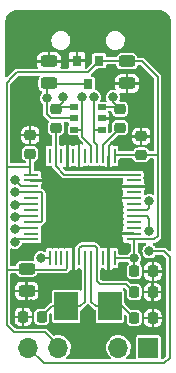
<source format=gbr>
G04 #@! TF.GenerationSoftware,KiCad,Pcbnew,6.0.11+dfsg-1*
G04 #@! TF.CreationDate,2024-04-11T19:32:09+03:00*
G04 #@! TF.ProjectId,PocketAdmin,506f636b-6574-4416-946d-696e2e6b6963,1.3*
G04 #@! TF.SameCoordinates,PX7bfa480PY42c1d80*
G04 #@! TF.FileFunction,Copper,L2,Bot*
G04 #@! TF.FilePolarity,Positive*
%FSLAX46Y46*%
G04 Gerber Fmt 4.6, Leading zero omitted, Abs format (unit mm)*
G04 Created by KiCad (PCBNEW 6.0.11+dfsg-1) date 2024-04-11 19:32:09*
%MOMM*%
%LPD*%
G01*
G04 APERTURE LIST*
G04 Aperture macros list*
%AMRoundRect*
0 Rectangle with rounded corners*
0 $1 Rounding radius*
0 $2 $3 $4 $5 $6 $7 $8 $9 X,Y pos of 4 corners*
0 Add a 4 corners polygon primitive as box body*
4,1,4,$2,$3,$4,$5,$6,$7,$8,$9,$2,$3,0*
0 Add four circle primitives for the rounded corners*
1,1,$1+$1,$2,$3*
1,1,$1+$1,$4,$5*
1,1,$1+$1,$6,$7*
1,1,$1+$1,$8,$9*
0 Add four rect primitives between the rounded corners*
20,1,$1+$1,$2,$3,$4,$5,0*
20,1,$1+$1,$4,$5,$6,$7,0*
20,1,$1+$1,$6,$7,$8,$9,0*
20,1,$1+$1,$8,$9,$2,$3,0*%
G04 Aperture macros list end*
G04 #@! TA.AperFunction,ComponentPad*
%ADD10O,1.900000X3.500000*%
G04 #@! TD*
G04 #@! TA.AperFunction,ComponentPad*
%ADD11R,1.700000X1.700000*%
G04 #@! TD*
G04 #@! TA.AperFunction,ComponentPad*
%ADD12O,1.700000X1.700000*%
G04 #@! TD*
G04 #@! TA.AperFunction,SMDPad,CuDef*
%ADD13RoundRect,0.218750X-0.256250X0.218750X-0.256250X-0.218750X0.256250X-0.218750X0.256250X0.218750X0*%
G04 #@! TD*
G04 #@! TA.AperFunction,SMDPad,CuDef*
%ADD14R,0.700000X0.510000*%
G04 #@! TD*
G04 #@! TA.AperFunction,SMDPad,CuDef*
%ADD15R,0.800000X0.900000*%
G04 #@! TD*
G04 #@! TA.AperFunction,SMDPad,CuDef*
%ADD16RoundRect,0.218750X0.218750X0.256250X-0.218750X0.256250X-0.218750X-0.256250X0.218750X-0.256250X0*%
G04 #@! TD*
G04 #@! TA.AperFunction,SMDPad,CuDef*
%ADD17R,2.000000X2.400000*%
G04 #@! TD*
G04 #@! TA.AperFunction,SMDPad,CuDef*
%ADD18RoundRect,0.243750X-0.456250X0.243750X-0.456250X-0.243750X0.456250X-0.243750X0.456250X0.243750X0*%
G04 #@! TD*
G04 #@! TA.AperFunction,SMDPad,CuDef*
%ADD19RoundRect,0.243750X0.456250X-0.243750X0.456250X0.243750X-0.456250X0.243750X-0.456250X-0.243750X0*%
G04 #@! TD*
G04 #@! TA.AperFunction,SMDPad,CuDef*
%ADD20RoundRect,0.218750X-0.218750X-0.256250X0.218750X-0.256250X0.218750X0.256250X-0.218750X0.256250X0*%
G04 #@! TD*
G04 #@! TA.AperFunction,SMDPad,CuDef*
%ADD21R,0.250000X1.300000*%
G04 #@! TD*
G04 #@! TA.AperFunction,SMDPad,CuDef*
%ADD22R,1.300000X0.250000*%
G04 #@! TD*
G04 #@! TA.AperFunction,ViaPad*
%ADD23C,0.800000*%
G04 #@! TD*
G04 #@! TA.AperFunction,Conductor*
%ADD24C,0.200000*%
G04 #@! TD*
G04 APERTURE END LIST*
D10*
X13200000Y-3100000D03*
X1800000Y-3100000D03*
D11*
X12600000Y-29100000D03*
D12*
X10060000Y-29100000D03*
X7520000Y-29100000D03*
X4980000Y-29100000D03*
X2440000Y-29100000D03*
D13*
X12000000Y-11212500D03*
X12000000Y-12787500D03*
D14*
X8660000Y-8750000D03*
X8660000Y-9700000D03*
X8660000Y-10650000D03*
X6340000Y-10650000D03*
X6340000Y-9700000D03*
X6340000Y-8750000D03*
D15*
X6550000Y-4800000D03*
X8450000Y-4800000D03*
X7500000Y-6800000D03*
D13*
X2600000Y-11112500D03*
X2600000Y-12687500D03*
X4800000Y-8912500D03*
X4800000Y-10487500D03*
X10200000Y-8912500D03*
X10200000Y-10487500D03*
D16*
X3587500Y-26500000D03*
X2012500Y-26500000D03*
D17*
X9350000Y-25600000D03*
X5650000Y-25600000D03*
D18*
X10800000Y-4862500D03*
X10800000Y-6737500D03*
D19*
X4200000Y-6737500D03*
X4200000Y-4862500D03*
D16*
X12987500Y-22650000D03*
X11412500Y-22650000D03*
D20*
X11412500Y-26600000D03*
X12987500Y-26600000D03*
D18*
X2300000Y-22435000D03*
X2300000Y-24310000D03*
D20*
X11400000Y-24400000D03*
X12975000Y-24400000D03*
D21*
X9750000Y-21550000D03*
X9250000Y-21550000D03*
X8750000Y-21550000D03*
X8250000Y-21550000D03*
X7750000Y-21550000D03*
X7250000Y-21550000D03*
X6750000Y-21550000D03*
X6250000Y-21550000D03*
X5750000Y-21550000D03*
X5250000Y-21550000D03*
X4750000Y-21550000D03*
X4250000Y-21550000D03*
D22*
X2650000Y-19950000D03*
X2650000Y-19450000D03*
X2650000Y-18950000D03*
X2650000Y-18450000D03*
X2650000Y-17950000D03*
X2650000Y-17450000D03*
X2650000Y-16950000D03*
X2650000Y-16450000D03*
X2650000Y-15950000D03*
X2650000Y-15450000D03*
X2650000Y-14950000D03*
X2650000Y-14450000D03*
D21*
X4250000Y-12850000D03*
X4750000Y-12850000D03*
X5250000Y-12850000D03*
X5750000Y-12850000D03*
X6250000Y-12850000D03*
X6750000Y-12850000D03*
X7250000Y-12850000D03*
X7750000Y-12850000D03*
X8250000Y-12850000D03*
X8750000Y-12850000D03*
X9250000Y-12850000D03*
X9750000Y-12850000D03*
D22*
X11350000Y-14450000D03*
X11350000Y-14950000D03*
X11350000Y-15450000D03*
X11350000Y-15950000D03*
X11350000Y-16450000D03*
X11350000Y-16950000D03*
X11350000Y-17450000D03*
X11350000Y-17950000D03*
X11350000Y-18450000D03*
X11350000Y-18950000D03*
X11350000Y-19450000D03*
X11350000Y-19950000D03*
D23*
X11412500Y-21550000D03*
X12000000Y-9900002D03*
X11500000Y-25500000D03*
X2700000Y-25400000D03*
X3500000Y-13600000D03*
X10500000Y-20750000D03*
X2600000Y-20900000D03*
X12700000Y-13800000D03*
X11000000Y-8000000D03*
X6400000Y-23300000D03*
X2600000Y-9900000D03*
X4000000Y-8000000D03*
X5400000Y-7900000D03*
X9600000Y-7900000D03*
X7000000Y-7900000D03*
X8000000Y-7900000D03*
X1300000Y-19100000D03*
X1300000Y-15950000D03*
X1300000Y-18050000D03*
X1300000Y-17000000D03*
X3500000Y-21550000D03*
X1300000Y-14900000D03*
X1300000Y-20150000D03*
X12700000Y-19250000D03*
X12700000Y-20950000D03*
X12700000Y-16700000D03*
D24*
X13124264Y-19950000D02*
X11350000Y-19950000D01*
X9812500Y-12787500D02*
X9750000Y-12850000D01*
X13400000Y-6200000D02*
X13400000Y-12800000D01*
X600001Y-22500001D02*
X600000Y-22500000D01*
X5750000Y-21550000D02*
X5750000Y-22365002D01*
X1524990Y-5775010D02*
X7524990Y-5775010D01*
X2987501Y-22500001D02*
X600001Y-22500001D01*
X2390000Y-22490000D02*
X2400000Y-22500000D01*
X9750000Y-21550000D02*
X11412500Y-21550000D01*
X2600000Y-13800000D02*
X2600000Y-12687500D01*
X12062500Y-4862500D02*
X10800000Y-4862500D01*
X2987501Y-22500001D02*
X2987500Y-22500000D01*
X1250000Y-27800000D02*
X600000Y-27150000D01*
X600000Y-22500000D02*
X600000Y-13800000D01*
X11412500Y-21550000D02*
X11412500Y-22650000D01*
X12000000Y-12787500D02*
X9812500Y-12787500D01*
X12000000Y-12787500D02*
X13387500Y-12787500D01*
X8450000Y-4850000D02*
X8450000Y-4800000D01*
X8450000Y-4800000D02*
X10687500Y-4800000D01*
X3860000Y-27800000D02*
X1250000Y-27800000D01*
X2600000Y-13800000D02*
X2600000Y-14400000D01*
X600000Y-27150000D02*
X600000Y-22500000D01*
X1100000Y-6200000D02*
X1524990Y-5775010D01*
X13400000Y-19674264D02*
X13124264Y-19950000D01*
X12062500Y-4862500D02*
X13400000Y-6200000D01*
X13387500Y-12787500D02*
X13400000Y-12800000D01*
X2600000Y-14400000D02*
X2650000Y-14450000D01*
X2600000Y-13800000D02*
X600000Y-13800000D01*
X4960000Y-28900000D02*
X3860000Y-27800000D01*
X600000Y-13800000D02*
X600000Y-11700000D01*
X2987500Y-22500000D02*
X2400000Y-22500000D01*
X5615001Y-22500001D02*
X2987501Y-22500001D01*
X13400000Y-12800000D02*
X13400000Y-19674264D01*
X11350000Y-19950000D02*
X11400000Y-20000000D01*
X600000Y-11700000D02*
X600000Y-6700000D01*
X7524990Y-5775010D02*
X8450000Y-4850000D01*
X5750000Y-22365002D02*
X5615001Y-22500001D01*
X600000Y-6700000D02*
X1100000Y-6200000D01*
X11400000Y-21537500D02*
X11412500Y-21550000D01*
X10687500Y-4800000D02*
X10800000Y-4912500D01*
X11400000Y-20000000D02*
X11400000Y-21537500D01*
X9250000Y-12850000D02*
X9250000Y-12050000D01*
X2600000Y-9900000D02*
X2600000Y-11112500D01*
X9250000Y-12050000D02*
X9500000Y-11800000D01*
X12000000Y-11212500D02*
X12000000Y-9900002D01*
X4378860Y-9700000D02*
X4000000Y-9321140D01*
X4000000Y-8000000D02*
X4000000Y-6887500D01*
X4000000Y-6887500D02*
X4200000Y-6687500D01*
X4000000Y-9321140D02*
X4000000Y-8424264D01*
X4000000Y-8424264D02*
X4000000Y-8000000D01*
X4312500Y-6800000D02*
X4200000Y-6687500D01*
X7500000Y-6800000D02*
X4312500Y-6800000D01*
X6340000Y-9700000D02*
X4378860Y-9700000D01*
X5400000Y-7900000D02*
X5400000Y-8312500D01*
X6340000Y-8750000D02*
X4962500Y-8750000D01*
X4962500Y-8750000D02*
X4800000Y-8912500D01*
X5400000Y-8312500D02*
X4800000Y-8912500D01*
X4862500Y-8750000D02*
X4800000Y-8812500D01*
X10037500Y-8750000D02*
X10200000Y-8912500D01*
X9600000Y-8312500D02*
X10200000Y-8912500D01*
X9600000Y-7900000D02*
X9600000Y-8312500D01*
X8660000Y-8750000D02*
X10037500Y-8750000D01*
X10137500Y-8750000D02*
X10200000Y-8812500D01*
X7750000Y-12850000D02*
X7750000Y-12000000D01*
X7750000Y-12000000D02*
X6990001Y-11240001D01*
X6990001Y-10650000D02*
X6340000Y-10650000D01*
X7000000Y-10640001D02*
X6990001Y-10650000D01*
X6990001Y-11240001D02*
X6990001Y-10650000D01*
X7000000Y-10640001D02*
X7000000Y-7900000D01*
X8009999Y-10650000D02*
X8009999Y-7909999D01*
X8009999Y-7909999D02*
X8000000Y-7900000D01*
X8009999Y-11694300D02*
X8250000Y-11934301D01*
X8009999Y-10650000D02*
X8660000Y-10650000D01*
X8250000Y-12000000D02*
X8250000Y-12850000D01*
X8250000Y-11934301D02*
X8250000Y-12000000D01*
X8009999Y-10650000D02*
X8009999Y-11694300D01*
X10250000Y-25700000D02*
X9350000Y-24800000D01*
X7750000Y-21550000D02*
X7750000Y-25200000D01*
X8150000Y-25600000D02*
X9350000Y-25600000D01*
X9350000Y-25600000D02*
X10412500Y-25600000D01*
X7750000Y-25200000D02*
X8150000Y-25600000D01*
X10412500Y-25600000D02*
X11412500Y-26600000D01*
X4750000Y-25700000D02*
X5650000Y-24800000D01*
X4450000Y-25600000D02*
X3587500Y-26462500D01*
X7250000Y-21550000D02*
X7250000Y-25200000D01*
X3587500Y-26462500D02*
X3587500Y-26500000D01*
X6850000Y-25600000D02*
X5650000Y-25600000D01*
X5650000Y-25600000D02*
X4450000Y-25600000D01*
X7250000Y-25200000D02*
X6850000Y-25600000D01*
X8750000Y-11950000D02*
X8750000Y-12850000D01*
X10200000Y-10600000D02*
X10100000Y-10600000D01*
X10100000Y-10600000D02*
X8750000Y-11950000D01*
X1450000Y-18950000D02*
X1300000Y-19100000D01*
X2650000Y-18950000D02*
X1450000Y-18950000D01*
X3500000Y-18450000D02*
X3600001Y-18349999D01*
X3600001Y-16050001D02*
X3500000Y-15950000D01*
X3500000Y-15950000D02*
X2650000Y-15950000D01*
X2650000Y-15950000D02*
X1300000Y-15950000D01*
X2650000Y-18450000D02*
X3500000Y-18450000D01*
X3600001Y-18349999D02*
X3600001Y-16050001D01*
X1300000Y-17950000D02*
X1200000Y-18050000D01*
X1400000Y-17950000D02*
X1300000Y-18050000D01*
X2650000Y-17950000D02*
X1400000Y-17950000D01*
X2650000Y-16950000D02*
X1350000Y-16950000D01*
X4250000Y-21550000D02*
X3500000Y-21550000D01*
X8250000Y-21550000D02*
X8250000Y-23450000D01*
X8250000Y-21550000D02*
X8250000Y-20700000D01*
X8550000Y-23750000D02*
X10750000Y-23750000D01*
X8250000Y-23450000D02*
X8550000Y-23750000D01*
X8050000Y-20500000D02*
X6950000Y-20500000D01*
X8250000Y-20700000D02*
X8050000Y-20500000D01*
X6750000Y-20700000D02*
X6750000Y-21550000D01*
X10750000Y-23750000D02*
X11400000Y-24400000D01*
X6950000Y-20500000D02*
X6750000Y-20700000D01*
X4750000Y-12850000D02*
X4750000Y-13700000D01*
X4750000Y-13700000D02*
X5500000Y-14450000D01*
X10500000Y-14450000D02*
X11350000Y-14450000D01*
X4750000Y-10487500D02*
X4750000Y-12800000D01*
X5500000Y-14450000D02*
X10500000Y-14450000D01*
X1850000Y-15450000D02*
X1300000Y-14900000D01*
X2650000Y-15450000D02*
X1850000Y-15450000D01*
X1500000Y-19950000D02*
X1300000Y-20150000D01*
X2650000Y-19950000D02*
X1500000Y-19950000D01*
X12700000Y-18200000D02*
X12700000Y-19250000D01*
X13950000Y-20950000D02*
X12700000Y-20950000D01*
X14400000Y-29950000D02*
X14400000Y-21400000D01*
X2440000Y-29100000D02*
X3740000Y-30400000D01*
X11350000Y-17950000D02*
X12450000Y-17950000D01*
X3740000Y-30400000D02*
X13950000Y-30400000D01*
X13950000Y-30400000D02*
X14400000Y-29950000D01*
X12450000Y-17950000D02*
X12700000Y-18200000D01*
X14400000Y-21400000D02*
X13950000Y-20950000D01*
X12700000Y-17124264D02*
X12700000Y-16700000D01*
X12700000Y-17250000D02*
X12700000Y-17124264D01*
X12500000Y-17450000D02*
X12700000Y-17250000D01*
X11350000Y-17450000D02*
X12500000Y-17450000D01*
G04 #@! TA.AperFunction,Conductor*
G36*
X3362335Y-6094417D02*
G01*
X3398299Y-6143917D01*
X3398299Y-6205103D01*
X3383777Y-6233328D01*
X3351098Y-6277571D01*
X3351095Y-6277576D01*
X3346702Y-6283524D01*
X3344252Y-6290502D01*
X3344251Y-6290503D01*
X3320928Y-6356919D01*
X3302440Y-6409566D01*
X3301872Y-6415574D01*
X3301327Y-6421344D01*
X3299500Y-6440667D01*
X3299501Y-7034332D01*
X3302440Y-7065434D01*
X3304437Y-7071121D01*
X3304438Y-7071125D01*
X3338001Y-7166699D01*
X3346702Y-7191476D01*
X3426070Y-7298930D01*
X3533524Y-7378298D01*
X3540506Y-7380750D01*
X3540508Y-7380751D01*
X3560081Y-7387625D01*
X3608720Y-7424745D01*
X3626251Y-7483365D01*
X3605977Y-7541094D01*
X3587547Y-7559572D01*
X3571718Y-7571718D01*
X3475464Y-7697159D01*
X3414956Y-7843238D01*
X3394318Y-8000000D01*
X3414956Y-8156762D01*
X3475464Y-8302841D01*
X3571718Y-8428282D01*
X3660768Y-8496612D01*
X3695423Y-8547037D01*
X3699500Y-8575154D01*
X3699500Y-9267632D01*
X3699197Y-9271757D01*
X3697575Y-9276482D01*
X3697918Y-9285616D01*
X3699430Y-9325901D01*
X3699500Y-9329614D01*
X3699500Y-9349088D01*
X3700325Y-9353518D01*
X3700661Y-9358711D01*
X3701774Y-9388348D01*
X3705380Y-9396742D01*
X3705381Y-9396745D01*
X3706317Y-9398923D01*
X3712683Y-9419874D01*
X3714791Y-9431193D01*
X3719588Y-9438975D01*
X3728768Y-9453868D01*
X3735452Y-9466736D01*
X3738856Y-9474658D01*
X3745964Y-9491203D01*
X3749978Y-9496089D01*
X3754342Y-9500453D01*
X3768613Y-9518508D01*
X3773532Y-9526488D01*
X3796769Y-9544158D01*
X3806839Y-9552950D01*
X4128540Y-9874651D01*
X4131240Y-9877780D01*
X4133435Y-9882269D01*
X4140138Y-9888487D01*
X4169682Y-9915893D01*
X4172358Y-9918469D01*
X4174053Y-9920164D01*
X4201830Y-9974681D01*
X4192258Y-10035113D01*
X4143587Y-10130634D01*
X4143585Y-10130640D01*
X4140049Y-10137580D01*
X4138830Y-10145273D01*
X4138830Y-10145275D01*
X4131378Y-10192329D01*
X4124500Y-10235754D01*
X4124500Y-10739246D01*
X4125109Y-10743090D01*
X4125109Y-10743092D01*
X4130188Y-10775157D01*
X4140049Y-10837420D01*
X4143585Y-10844359D01*
X4143585Y-10844360D01*
X4182070Y-10919890D01*
X4200342Y-10955751D01*
X4294249Y-11049658D01*
X4301186Y-11053193D01*
X4301188Y-11053194D01*
X4304676Y-11054971D01*
X4384749Y-11095770D01*
X4395445Y-11101220D01*
X4438710Y-11144485D01*
X4449500Y-11189430D01*
X4449500Y-11900500D01*
X4430593Y-11958691D01*
X4381093Y-11994655D01*
X4350500Y-11999500D01*
X4105252Y-11999500D01*
X4079005Y-12004721D01*
X4056334Y-12009230D01*
X4056332Y-12009231D01*
X4046769Y-12011133D01*
X3980448Y-12055448D01*
X3936133Y-12121769D01*
X3924500Y-12180252D01*
X3924500Y-13519748D01*
X3936133Y-13578231D01*
X3980448Y-13644552D01*
X4046769Y-13688867D01*
X4056332Y-13690769D01*
X4056334Y-13690770D01*
X4079005Y-13695279D01*
X4105252Y-13700500D01*
X4359284Y-13700500D01*
X4417475Y-13719407D01*
X4451751Y-13766583D01*
X4451774Y-13767208D01*
X4455091Y-13774929D01*
X4455092Y-13774932D01*
X4456317Y-13777783D01*
X4462683Y-13798734D01*
X4464791Y-13810053D01*
X4469588Y-13817835D01*
X4478768Y-13832728D01*
X4485451Y-13845595D01*
X4495964Y-13870063D01*
X4499978Y-13874949D01*
X4504342Y-13879313D01*
X4518613Y-13897368D01*
X4523532Y-13905348D01*
X4546769Y-13923018D01*
X4556839Y-13931810D01*
X5249680Y-14624651D01*
X5252380Y-14627780D01*
X5254575Y-14632269D01*
X5261278Y-14638487D01*
X5290822Y-14665893D01*
X5293498Y-14668469D01*
X5307277Y-14682248D01*
X5310987Y-14684793D01*
X5314900Y-14688229D01*
X5336646Y-14708401D01*
X5345134Y-14711788D01*
X5345135Y-14711788D01*
X5347336Y-14712666D01*
X5366652Y-14722980D01*
X5368607Y-14724321D01*
X5368610Y-14724322D01*
X5376146Y-14729492D01*
X5402058Y-14735641D01*
X5415884Y-14740014D01*
X5434132Y-14747294D01*
X5434134Y-14747294D01*
X5440622Y-14749883D01*
X5446915Y-14750500D01*
X5453084Y-14750500D01*
X5475943Y-14753175D01*
X5476173Y-14753230D01*
X5476175Y-14753230D01*
X5485066Y-14755340D01*
X5513988Y-14751404D01*
X5527337Y-14750500D01*
X10400500Y-14750500D01*
X10458691Y-14769407D01*
X10494655Y-14818907D01*
X10499500Y-14849500D01*
X10499500Y-15060206D01*
X10480593Y-15118397D01*
X10470564Y-15130149D01*
X10454636Y-15146105D01*
X10444482Y-15160934D01*
X10406000Y-15247980D01*
X10402127Y-15262185D01*
X10400332Y-15277580D01*
X10400000Y-15283292D01*
X10400000Y-15329320D01*
X10404122Y-15342005D01*
X10408243Y-15345000D01*
X12284320Y-15345000D01*
X12297005Y-15340878D01*
X12300000Y-15336757D01*
X12300000Y-15283361D01*
X12299654Y-15277515D01*
X12297766Y-15261647D01*
X12293872Y-15247481D01*
X12255230Y-15160486D01*
X12245053Y-15145679D01*
X12229557Y-15130209D01*
X12201732Y-15075717D01*
X12200500Y-15060145D01*
X12200500Y-14805252D01*
X12192268Y-14763867D01*
X12190769Y-14756329D01*
X12190768Y-14756327D01*
X12188867Y-14746769D01*
X12183452Y-14738666D01*
X12183129Y-14737885D01*
X12178329Y-14676888D01*
X12183129Y-14662115D01*
X12183452Y-14661334D01*
X12188867Y-14653231D01*
X12193447Y-14630209D01*
X12199552Y-14599512D01*
X12200500Y-14594748D01*
X12200500Y-14305252D01*
X12188867Y-14246769D01*
X12144552Y-14180448D01*
X12078231Y-14136133D01*
X12068668Y-14134231D01*
X12068666Y-14134230D01*
X12045995Y-14129721D01*
X12019748Y-14124500D01*
X10680252Y-14124500D01*
X10654005Y-14129721D01*
X10631334Y-14134230D01*
X10631332Y-14134231D01*
X10621769Y-14136133D01*
X10613660Y-14141552D01*
X10612664Y-14141964D01*
X10574777Y-14149500D01*
X5665479Y-14149500D01*
X5607288Y-14130593D01*
X5595475Y-14120504D01*
X5422846Y-13947875D01*
X5395069Y-13893358D01*
X5404640Y-13832926D01*
X5447905Y-13789661D01*
X5508337Y-13780090D01*
X5532879Y-13787324D01*
X5547982Y-13794001D01*
X5562185Y-13797873D01*
X5577580Y-13799668D01*
X5583292Y-13800000D01*
X5629320Y-13800000D01*
X5642005Y-13795878D01*
X5645000Y-13791757D01*
X5645000Y-13784320D01*
X5855000Y-13784320D01*
X5859122Y-13797005D01*
X5863243Y-13800000D01*
X5916639Y-13800000D01*
X5922485Y-13799654D01*
X5938353Y-13797766D01*
X5952519Y-13793872D01*
X6039514Y-13755230D01*
X6054321Y-13745053D01*
X6069791Y-13729557D01*
X6124283Y-13701732D01*
X6139855Y-13700500D01*
X6360206Y-13700500D01*
X6418397Y-13719407D01*
X6430149Y-13729436D01*
X6446105Y-13745364D01*
X6460934Y-13755518D01*
X6547980Y-13794000D01*
X6562185Y-13797873D01*
X6577580Y-13799668D01*
X6583292Y-13800000D01*
X6629320Y-13800000D01*
X6642005Y-13795878D01*
X6645000Y-13791757D01*
X6645000Y-11915680D01*
X6640878Y-11902995D01*
X6636757Y-11900000D01*
X6583361Y-11900000D01*
X6577515Y-11900346D01*
X6561647Y-11902234D01*
X6547481Y-11906128D01*
X6460486Y-11944770D01*
X6445679Y-11954947D01*
X6430209Y-11970443D01*
X6375717Y-11998268D01*
X6360145Y-11999500D01*
X6139794Y-11999500D01*
X6081603Y-11980593D01*
X6069851Y-11970564D01*
X6053895Y-11954636D01*
X6039066Y-11944482D01*
X5952020Y-11906000D01*
X5937815Y-11902127D01*
X5922420Y-11900332D01*
X5916708Y-11900000D01*
X5870680Y-11900000D01*
X5857995Y-11904122D01*
X5855000Y-11908243D01*
X5855000Y-13784320D01*
X5645000Y-13784320D01*
X5645000Y-11915680D01*
X5640878Y-11902995D01*
X5636757Y-11900000D01*
X5583361Y-11900000D01*
X5577515Y-11900346D01*
X5561647Y-11902234D01*
X5547481Y-11906128D01*
X5460486Y-11944770D01*
X5445679Y-11954947D01*
X5430209Y-11970443D01*
X5375717Y-11998268D01*
X5360145Y-11999500D01*
X5149500Y-11999500D01*
X5091309Y-11980593D01*
X5055345Y-11931093D01*
X5050500Y-11900500D01*
X5050500Y-11216191D01*
X5069407Y-11158000D01*
X5118907Y-11122036D01*
X5134013Y-11118410D01*
X5179725Y-11111170D01*
X5179727Y-11111170D01*
X5187420Y-11109951D01*
X5198016Y-11104552D01*
X5298812Y-11053194D01*
X5298814Y-11053193D01*
X5305751Y-11049658D01*
X5399658Y-10955751D01*
X5417931Y-10919890D01*
X5456415Y-10844360D01*
X5456415Y-10844359D01*
X5459951Y-10837420D01*
X5469813Y-10775157D01*
X5474891Y-10743092D01*
X5474891Y-10743090D01*
X5475500Y-10739246D01*
X5475500Y-10235754D01*
X5468966Y-10194500D01*
X5461170Y-10145274D01*
X5461169Y-10145272D01*
X5459951Y-10137580D01*
X5456415Y-10130639D01*
X5456237Y-10130093D01*
X5456236Y-10068908D01*
X5492200Y-10019408D01*
X5550391Y-10000500D01*
X5726346Y-10000500D01*
X5784537Y-10019407D01*
X5808660Y-10044496D01*
X5845448Y-10099552D01*
X5853558Y-10104971D01*
X5853583Y-10104996D01*
X5881360Y-10159513D01*
X5871789Y-10219945D01*
X5853583Y-10245004D01*
X5853558Y-10245029D01*
X5845448Y-10250448D01*
X5801133Y-10316769D01*
X5789500Y-10375252D01*
X5789500Y-10924748D01*
X5801133Y-10983231D01*
X5845448Y-11049552D01*
X5911769Y-11093867D01*
X5921332Y-11095769D01*
X5921334Y-11095770D01*
X5938866Y-11099257D01*
X5970252Y-11105500D01*
X6588850Y-11105500D01*
X6647041Y-11124407D01*
X6683005Y-11173907D01*
X6687780Y-11200786D01*
X6689431Y-11244761D01*
X6689501Y-11248475D01*
X6689501Y-11267949D01*
X6690326Y-11272379D01*
X6690662Y-11277572D01*
X6691775Y-11307209D01*
X6695381Y-11315603D01*
X6695382Y-11315606D01*
X6696318Y-11317784D01*
X6702684Y-11338735D01*
X6704792Y-11350054D01*
X6709589Y-11357836D01*
X6718769Y-11372729D01*
X6725452Y-11385596D01*
X6735965Y-11410064D01*
X6739979Y-11414950D01*
X6744343Y-11419314D01*
X6758614Y-11437369D01*
X6763533Y-11445349D01*
X6786770Y-11463019D01*
X6796840Y-11471811D01*
X7077154Y-11752125D01*
X7104931Y-11806642D01*
X7095360Y-11867074D01*
X7052095Y-11910339D01*
X6991663Y-11919910D01*
X6967121Y-11912676D01*
X6952018Y-11905999D01*
X6937815Y-11902127D01*
X6922420Y-11900332D01*
X6916708Y-11900000D01*
X6870680Y-11900000D01*
X6857995Y-11904122D01*
X6855000Y-11908243D01*
X6855000Y-13784320D01*
X6859122Y-13797005D01*
X6863243Y-13800000D01*
X6916639Y-13800000D01*
X6922485Y-13799654D01*
X6938353Y-13797766D01*
X6952519Y-13793872D01*
X7039514Y-13755230D01*
X7054321Y-13745053D01*
X7069791Y-13729557D01*
X7124283Y-13701732D01*
X7139855Y-13700500D01*
X7394748Y-13700500D01*
X7421148Y-13695249D01*
X7443671Y-13690769D01*
X7443673Y-13690768D01*
X7453231Y-13688867D01*
X7461334Y-13683452D01*
X7462115Y-13683129D01*
X7523112Y-13678329D01*
X7537885Y-13683129D01*
X7538666Y-13683452D01*
X7546769Y-13688867D01*
X7556327Y-13690768D01*
X7556329Y-13690769D01*
X7578852Y-13695249D01*
X7605252Y-13700500D01*
X7894748Y-13700500D01*
X7921148Y-13695249D01*
X7943671Y-13690769D01*
X7943673Y-13690768D01*
X7953231Y-13688867D01*
X7961334Y-13683452D01*
X7962115Y-13683129D01*
X8023112Y-13678329D01*
X8037885Y-13683129D01*
X8038666Y-13683452D01*
X8046769Y-13688867D01*
X8056327Y-13690768D01*
X8056329Y-13690769D01*
X8078852Y-13695249D01*
X8105252Y-13700500D01*
X8394748Y-13700500D01*
X8421148Y-13695249D01*
X8443671Y-13690769D01*
X8443673Y-13690768D01*
X8453231Y-13688867D01*
X8461334Y-13683452D01*
X8462115Y-13683129D01*
X8523112Y-13678329D01*
X8537885Y-13683129D01*
X8538666Y-13683452D01*
X8546769Y-13688867D01*
X8556327Y-13690768D01*
X8556329Y-13690769D01*
X8578852Y-13695249D01*
X8605252Y-13700500D01*
X8860206Y-13700500D01*
X8918397Y-13719407D01*
X8930149Y-13729436D01*
X8946105Y-13745364D01*
X8960934Y-13755518D01*
X9047980Y-13794000D01*
X9062185Y-13797873D01*
X9077580Y-13799668D01*
X9083292Y-13800000D01*
X9129320Y-13800000D01*
X9142005Y-13795878D01*
X9145000Y-13791757D01*
X9145000Y-12844000D01*
X9163907Y-12785809D01*
X9213407Y-12749845D01*
X9244000Y-12745000D01*
X9256000Y-12745000D01*
X9314191Y-12763907D01*
X9350155Y-12813407D01*
X9355000Y-12844000D01*
X9355000Y-13784320D01*
X9359122Y-13797005D01*
X9363243Y-13800000D01*
X9416639Y-13800000D01*
X9422485Y-13799654D01*
X9438353Y-13797766D01*
X9452519Y-13793872D01*
X9539514Y-13755230D01*
X9554321Y-13745053D01*
X9569791Y-13729557D01*
X9624283Y-13701732D01*
X9639855Y-13700500D01*
X9894748Y-13700500D01*
X9920995Y-13695279D01*
X9943666Y-13690770D01*
X9943668Y-13690769D01*
X9953231Y-13688867D01*
X10019552Y-13644552D01*
X10063867Y-13578231D01*
X10075500Y-13519748D01*
X10075500Y-13187000D01*
X10094407Y-13128809D01*
X10143907Y-13092845D01*
X10174500Y-13088000D01*
X11254201Y-13088000D01*
X11312392Y-13106907D01*
X11342410Y-13142054D01*
X11400342Y-13255751D01*
X11494249Y-13349658D01*
X11501186Y-13353193D01*
X11501188Y-13353194D01*
X11594031Y-13400500D01*
X11612580Y-13409951D01*
X11620273Y-13411170D01*
X11620275Y-13411170D01*
X11706908Y-13424891D01*
X11706910Y-13424891D01*
X11710754Y-13425500D01*
X12289246Y-13425500D01*
X12293090Y-13424891D01*
X12293092Y-13424891D01*
X12379725Y-13411170D01*
X12379727Y-13411170D01*
X12387420Y-13409951D01*
X12405969Y-13400500D01*
X12498812Y-13353194D01*
X12498814Y-13353193D01*
X12505751Y-13349658D01*
X12599658Y-13255751D01*
X12657590Y-13142054D01*
X12700854Y-13098790D01*
X12745799Y-13088000D01*
X13000500Y-13088000D01*
X13058691Y-13106907D01*
X13094655Y-13156407D01*
X13099500Y-13187000D01*
X13099500Y-16067337D01*
X13080593Y-16125528D01*
X13031093Y-16161492D01*
X12969907Y-16161492D01*
X12962615Y-16158801D01*
X12862762Y-16117441D01*
X12862760Y-16117440D01*
X12856762Y-16114956D01*
X12700000Y-16094318D01*
X12543238Y-16114956D01*
X12397159Y-16175464D01*
X12392010Y-16179415D01*
X12386393Y-16182658D01*
X12385450Y-16181024D01*
X12336056Y-16198511D01*
X12277391Y-16181128D01*
X12251884Y-16155618D01*
X12245052Y-16145677D01*
X12229557Y-16130209D01*
X12201732Y-16075717D01*
X12200500Y-16060145D01*
X12200500Y-15839794D01*
X12219407Y-15781603D01*
X12229436Y-15769851D01*
X12245364Y-15753895D01*
X12255518Y-15739066D01*
X12294000Y-15652020D01*
X12297873Y-15637815D01*
X12299668Y-15622420D01*
X12300000Y-15616708D01*
X12300000Y-15570680D01*
X12295878Y-15557995D01*
X12291757Y-15555000D01*
X10415680Y-15555000D01*
X10402995Y-15559122D01*
X10400000Y-15563243D01*
X10400000Y-15616639D01*
X10400346Y-15622485D01*
X10402234Y-15638353D01*
X10406128Y-15652519D01*
X10444770Y-15739514D01*
X10454947Y-15754321D01*
X10470443Y-15769791D01*
X10498268Y-15824283D01*
X10499500Y-15839855D01*
X10499500Y-16060206D01*
X10480593Y-16118397D01*
X10470564Y-16130149D01*
X10454636Y-16146105D01*
X10444482Y-16160934D01*
X10406000Y-16247980D01*
X10402127Y-16262185D01*
X10400332Y-16277580D01*
X10400000Y-16283292D01*
X10400000Y-16329320D01*
X10404122Y-16342005D01*
X10408243Y-16345000D01*
X11356000Y-16345000D01*
X11414191Y-16363907D01*
X11450155Y-16413407D01*
X11455000Y-16444000D01*
X11455000Y-16456000D01*
X11436093Y-16514191D01*
X11386593Y-16550155D01*
X11356000Y-16555000D01*
X10415680Y-16555000D01*
X10402995Y-16559122D01*
X10400000Y-16563243D01*
X10400000Y-16616639D01*
X10400346Y-16622485D01*
X10402234Y-16638353D01*
X10406128Y-16652519D01*
X10444770Y-16739514D01*
X10454947Y-16754321D01*
X10470443Y-16769791D01*
X10498268Y-16824283D01*
X10499500Y-16839855D01*
X10499500Y-17094748D01*
X10511133Y-17153231D01*
X10516548Y-17161334D01*
X10516871Y-17162115D01*
X10521671Y-17223112D01*
X10516871Y-17237885D01*
X10516548Y-17238666D01*
X10511133Y-17246769D01*
X10499500Y-17305252D01*
X10499500Y-17594748D01*
X10511133Y-17653231D01*
X10516548Y-17661334D01*
X10516871Y-17662115D01*
X10521671Y-17723112D01*
X10516871Y-17737885D01*
X10516548Y-17738666D01*
X10511133Y-17746769D01*
X10499500Y-17805252D01*
X10499500Y-18094748D01*
X10511133Y-18153231D01*
X10516548Y-18161334D01*
X10516871Y-18162115D01*
X10521671Y-18223112D01*
X10516871Y-18237885D01*
X10516548Y-18238666D01*
X10511133Y-18246769D01*
X10509232Y-18256327D01*
X10509231Y-18256329D01*
X10504751Y-18278852D01*
X10499500Y-18305252D01*
X10499500Y-18594748D01*
X10511133Y-18653231D01*
X10516548Y-18661334D01*
X10516871Y-18662115D01*
X10521671Y-18723112D01*
X10516871Y-18737885D01*
X10516548Y-18738666D01*
X10511133Y-18746769D01*
X10499500Y-18805252D01*
X10499500Y-19060206D01*
X10480593Y-19118397D01*
X10470564Y-19130149D01*
X10454636Y-19146105D01*
X10444482Y-19160934D01*
X10406000Y-19247980D01*
X10402127Y-19262185D01*
X10400332Y-19277580D01*
X10400000Y-19283292D01*
X10400000Y-19329320D01*
X10404122Y-19342005D01*
X10408243Y-19345000D01*
X11356000Y-19345000D01*
X11414191Y-19363907D01*
X11450155Y-19413407D01*
X11455000Y-19444000D01*
X11455000Y-19456000D01*
X11436093Y-19514191D01*
X11386593Y-19550155D01*
X11356000Y-19555000D01*
X10415680Y-19555000D01*
X10402995Y-19559122D01*
X10400000Y-19563243D01*
X10400000Y-19616639D01*
X10400346Y-19622485D01*
X10402234Y-19638353D01*
X10406128Y-19652519D01*
X10444770Y-19739514D01*
X10454947Y-19754321D01*
X10470443Y-19769791D01*
X10498268Y-19824283D01*
X10499500Y-19839855D01*
X10499500Y-20094748D01*
X10511133Y-20153231D01*
X10555448Y-20219552D01*
X10621769Y-20263867D01*
X10631332Y-20265769D01*
X10631334Y-20265770D01*
X10649620Y-20269407D01*
X10680252Y-20275500D01*
X11000500Y-20275500D01*
X11058691Y-20294407D01*
X11094655Y-20343907D01*
X11099500Y-20374500D01*
X11099500Y-20984438D01*
X11080593Y-21042629D01*
X11060767Y-21062980D01*
X10984218Y-21121718D01*
X10928254Y-21194652D01*
X10915888Y-21210768D01*
X10865463Y-21245423D01*
X10837346Y-21249500D01*
X10174500Y-21249500D01*
X10116309Y-21230593D01*
X10080345Y-21181093D01*
X10075500Y-21150500D01*
X10075500Y-20880252D01*
X10063867Y-20821769D01*
X10019552Y-20755448D01*
X9953231Y-20711133D01*
X9943668Y-20709231D01*
X9943666Y-20709230D01*
X9920995Y-20704721D01*
X9894748Y-20699500D01*
X9639794Y-20699500D01*
X9581603Y-20680593D01*
X9569851Y-20670564D01*
X9553895Y-20654636D01*
X9539066Y-20644482D01*
X9452020Y-20606000D01*
X9437815Y-20602127D01*
X9422420Y-20600332D01*
X9416708Y-20600000D01*
X9370680Y-20600000D01*
X9357995Y-20604122D01*
X9355000Y-20608243D01*
X9355000Y-22484320D01*
X9359122Y-22497005D01*
X9363243Y-22500000D01*
X9416639Y-22500000D01*
X9422485Y-22499654D01*
X9438353Y-22497766D01*
X9452519Y-22493872D01*
X9539514Y-22455230D01*
X9554321Y-22445053D01*
X9569791Y-22429557D01*
X9624283Y-22401732D01*
X9639855Y-22400500D01*
X9894748Y-22400500D01*
X9920995Y-22395279D01*
X9943666Y-22390770D01*
X9943668Y-22390769D01*
X9953231Y-22388867D01*
X10019552Y-22344552D01*
X10063867Y-22278231D01*
X10066910Y-22262936D01*
X10074552Y-22224512D01*
X10075500Y-22219748D01*
X10075500Y-21949500D01*
X10094407Y-21891309D01*
X10143907Y-21855345D01*
X10174500Y-21850500D01*
X10837346Y-21850500D01*
X10895537Y-21869407D01*
X10915887Y-21889232D01*
X10945297Y-21927559D01*
X10965722Y-21985234D01*
X10948345Y-22043900D01*
X10936760Y-22057831D01*
X10850342Y-22144249D01*
X10846807Y-22151186D01*
X10846806Y-22151188D01*
X10814348Y-22214890D01*
X10790049Y-22262580D01*
X10788830Y-22270273D01*
X10788830Y-22270275D01*
X10777066Y-22344552D01*
X10774500Y-22360754D01*
X10774500Y-22939246D01*
X10775109Y-22943090D01*
X10775109Y-22943092D01*
X10788057Y-23024841D01*
X10790049Y-23037420D01*
X10793585Y-23044359D01*
X10793585Y-23044360D01*
X10810853Y-23078249D01*
X10850342Y-23155751D01*
X10944249Y-23249658D01*
X10951186Y-23253193D01*
X10951188Y-23253194D01*
X11012671Y-23284521D01*
X11062580Y-23309951D01*
X11070273Y-23311170D01*
X11070275Y-23311170D01*
X11156908Y-23324891D01*
X11156910Y-23324891D01*
X11160754Y-23325500D01*
X11664246Y-23325500D01*
X11668090Y-23324891D01*
X11668092Y-23324891D01*
X11754725Y-23311170D01*
X11754727Y-23311170D01*
X11762420Y-23309951D01*
X11812329Y-23284521D01*
X11873812Y-23253194D01*
X11873814Y-23253193D01*
X11880751Y-23249658D01*
X11974658Y-23155751D01*
X12014148Y-23078249D01*
X12031415Y-23044360D01*
X12031415Y-23044359D01*
X12034951Y-23037420D01*
X12036944Y-23024841D01*
X12049817Y-22943561D01*
X12250001Y-22943561D01*
X12250360Y-22949519D01*
X12259474Y-23024843D01*
X12262577Y-23037061D01*
X12310075Y-23157027D01*
X12316640Y-23168677D01*
X12394404Y-23271127D01*
X12403873Y-23280596D01*
X12506323Y-23358360D01*
X12517973Y-23364925D01*
X12637936Y-23412422D01*
X12650159Y-23415526D01*
X12725483Y-23424641D01*
X12731437Y-23425000D01*
X12866820Y-23425000D01*
X12879505Y-23420878D01*
X12882500Y-23416757D01*
X12882500Y-23409319D01*
X13092500Y-23409319D01*
X13096622Y-23422004D01*
X13100743Y-23424999D01*
X13243561Y-23424999D01*
X13249519Y-23424640D01*
X13324843Y-23415526D01*
X13337061Y-23412423D01*
X13457027Y-23364925D01*
X13468677Y-23358360D01*
X13571127Y-23280596D01*
X13580596Y-23271127D01*
X13658360Y-23168677D01*
X13664925Y-23157027D01*
X13712422Y-23037064D01*
X13715526Y-23024841D01*
X13724641Y-22949517D01*
X13725000Y-22943563D01*
X13725000Y-22770680D01*
X13720878Y-22757995D01*
X13716757Y-22755000D01*
X13108180Y-22755000D01*
X13095495Y-22759122D01*
X13092500Y-22763243D01*
X13092500Y-23409319D01*
X12882500Y-23409319D01*
X12882500Y-22770680D01*
X12878378Y-22757995D01*
X12874257Y-22755000D01*
X12265681Y-22755000D01*
X12252996Y-22759122D01*
X12250001Y-22763243D01*
X12250001Y-22943561D01*
X12049817Y-22943561D01*
X12049891Y-22943092D01*
X12049891Y-22943090D01*
X12050500Y-22939246D01*
X12050500Y-22529320D01*
X12250000Y-22529320D01*
X12254122Y-22542005D01*
X12258243Y-22545000D01*
X12866820Y-22545000D01*
X12879505Y-22540878D01*
X12882500Y-22536757D01*
X12882500Y-22529320D01*
X13092500Y-22529320D01*
X13096622Y-22542005D01*
X13100743Y-22545000D01*
X13709319Y-22545000D01*
X13722004Y-22540878D01*
X13724999Y-22536757D01*
X13724999Y-22356439D01*
X13724640Y-22350481D01*
X13715526Y-22275157D01*
X13712423Y-22262939D01*
X13664925Y-22142973D01*
X13658360Y-22131323D01*
X13580596Y-22028873D01*
X13571127Y-22019404D01*
X13468677Y-21941640D01*
X13457027Y-21935075D01*
X13337064Y-21887578D01*
X13324841Y-21884474D01*
X13249517Y-21875359D01*
X13243563Y-21875000D01*
X13108180Y-21875000D01*
X13095495Y-21879122D01*
X13092500Y-21883243D01*
X13092500Y-22529320D01*
X12882500Y-22529320D01*
X12882500Y-21890681D01*
X12878378Y-21877996D01*
X12874257Y-21875001D01*
X12731439Y-21875001D01*
X12725481Y-21875360D01*
X12650157Y-21884474D01*
X12637939Y-21887577D01*
X12517973Y-21935075D01*
X12506323Y-21941640D01*
X12403873Y-22019404D01*
X12394404Y-22028873D01*
X12316640Y-22131323D01*
X12310075Y-22142973D01*
X12262578Y-22262936D01*
X12259474Y-22275159D01*
X12250359Y-22350483D01*
X12250000Y-22356437D01*
X12250000Y-22529320D01*
X12050500Y-22529320D01*
X12050500Y-22360754D01*
X12047934Y-22344552D01*
X12036170Y-22270275D01*
X12036170Y-22270273D01*
X12034951Y-22262580D01*
X12010652Y-22214890D01*
X11978194Y-22151188D01*
X11978193Y-22151186D01*
X11974658Y-22144249D01*
X11888240Y-22057831D01*
X11860463Y-22003314D01*
X11870034Y-21942882D01*
X11879702Y-21927560D01*
X11907519Y-21891309D01*
X11937036Y-21852841D01*
X11997544Y-21706762D01*
X12018182Y-21550000D01*
X11997544Y-21393238D01*
X11937036Y-21247159D01*
X11840782Y-21121718D01*
X11739233Y-21043797D01*
X11704577Y-20993373D01*
X11700500Y-20965255D01*
X11700500Y-20374500D01*
X11719407Y-20316309D01*
X11768907Y-20280345D01*
X11799500Y-20275500D01*
X12019748Y-20275500D01*
X12050380Y-20269407D01*
X12068666Y-20265770D01*
X12068668Y-20265769D01*
X12078231Y-20263867D01*
X12086340Y-20258448D01*
X12087336Y-20258036D01*
X12125223Y-20250500D01*
X12333532Y-20250500D01*
X12391723Y-20269407D01*
X12427687Y-20318907D01*
X12427687Y-20380093D01*
X12393799Y-20428042D01*
X12335301Y-20472929D01*
X12271718Y-20521718D01*
X12175464Y-20647159D01*
X12114956Y-20793238D01*
X12094318Y-20950000D01*
X12114956Y-21106762D01*
X12175464Y-21252841D01*
X12271718Y-21378282D01*
X12397159Y-21474536D01*
X12543238Y-21535044D01*
X12700000Y-21555682D01*
X12856762Y-21535044D01*
X13002841Y-21474536D01*
X13128282Y-21378282D01*
X13196613Y-21289232D01*
X13247037Y-21254577D01*
X13275154Y-21250500D01*
X13784521Y-21250500D01*
X13842712Y-21269407D01*
X13854525Y-21279496D01*
X14070504Y-21495475D01*
X14098281Y-21549992D01*
X14099500Y-21565479D01*
X14099500Y-29784521D01*
X14080593Y-29842712D01*
X14070504Y-29854525D01*
X13854525Y-30070504D01*
X13800008Y-30098281D01*
X13784521Y-30099500D01*
X13745323Y-30099500D01*
X13687132Y-30080593D01*
X13651168Y-30031093D01*
X13648225Y-29981187D01*
X13649552Y-29974514D01*
X13650500Y-29969748D01*
X13650500Y-28230252D01*
X13638867Y-28171769D01*
X13594552Y-28105448D01*
X13528231Y-28061133D01*
X13518668Y-28059231D01*
X13518666Y-28059230D01*
X13495995Y-28054721D01*
X13469748Y-28049500D01*
X11730252Y-28049500D01*
X11704005Y-28054721D01*
X11681334Y-28059230D01*
X11681332Y-28059231D01*
X11671769Y-28061133D01*
X11605448Y-28105448D01*
X11561133Y-28171769D01*
X11549500Y-28230252D01*
X11549500Y-29969748D01*
X11550448Y-29974514D01*
X11551775Y-29981187D01*
X11544583Y-30041949D01*
X11503049Y-30086878D01*
X11454677Y-30099500D01*
X10774583Y-30099500D01*
X10716392Y-30080593D01*
X10680428Y-30031093D01*
X10680428Y-29969907D01*
X10713633Y-29922487D01*
X10784135Y-29867406D01*
X10784139Y-29867402D01*
X10787951Y-29864424D01*
X10922564Y-29708472D01*
X10941231Y-29675613D01*
X11021934Y-29533550D01*
X11021935Y-29533547D01*
X11024323Y-29529344D01*
X11032474Y-29504843D01*
X11087824Y-29338454D01*
X11087824Y-29338452D01*
X11089351Y-29333863D01*
X11115171Y-29129474D01*
X11115583Y-29100000D01*
X11095480Y-28894970D01*
X11035935Y-28697749D01*
X10939218Y-28515849D01*
X10809011Y-28356200D01*
X10662639Y-28235110D01*
X10654002Y-28227965D01*
X10654000Y-28227964D01*
X10650275Y-28224882D01*
X10469055Y-28126897D01*
X10399764Y-28105448D01*
X10276875Y-28067407D01*
X10276871Y-28067406D01*
X10272254Y-28065977D01*
X10267446Y-28065472D01*
X10267443Y-28065471D01*
X10072185Y-28044949D01*
X10072183Y-28044949D01*
X10067369Y-28044443D01*
X10011800Y-28049500D01*
X9867022Y-28062675D01*
X9867017Y-28062676D01*
X9862203Y-28063114D01*
X9664572Y-28121280D01*
X9660288Y-28123519D01*
X9660287Y-28123520D01*
X9649428Y-28129197D01*
X9482002Y-28216726D01*
X9478231Y-28219758D01*
X9325220Y-28342781D01*
X9325217Y-28342783D01*
X9321447Y-28345815D01*
X9318333Y-28349526D01*
X9318332Y-28349527D01*
X9249173Y-28431948D01*
X9189024Y-28503630D01*
X9186689Y-28507878D01*
X9186688Y-28507879D01*
X9179955Y-28520126D01*
X9089776Y-28684162D01*
X9027484Y-28880532D01*
X9026944Y-28885344D01*
X9026944Y-28885345D01*
X9025865Y-28894970D01*
X9004520Y-29085262D01*
X9021759Y-29290553D01*
X9078544Y-29488586D01*
X9172712Y-29671818D01*
X9300677Y-29833270D01*
X9408589Y-29925110D01*
X9440647Y-29977221D01*
X9435953Y-30038226D01*
X9396298Y-30084821D01*
X9344423Y-30099500D01*
X5694583Y-30099500D01*
X5636392Y-30080593D01*
X5600428Y-30031093D01*
X5600428Y-29969907D01*
X5633633Y-29922487D01*
X5704135Y-29867406D01*
X5704139Y-29867402D01*
X5707951Y-29864424D01*
X5842564Y-29708472D01*
X5861231Y-29675613D01*
X5941934Y-29533550D01*
X5941935Y-29533547D01*
X5944323Y-29529344D01*
X5952474Y-29504843D01*
X6007824Y-29338454D01*
X6007824Y-29338452D01*
X6009351Y-29333863D01*
X6035171Y-29129474D01*
X6035583Y-29100000D01*
X6015480Y-28894970D01*
X5955935Y-28697749D01*
X5859218Y-28515849D01*
X5729011Y-28356200D01*
X5582639Y-28235110D01*
X5574002Y-28227965D01*
X5574000Y-28227964D01*
X5570275Y-28224882D01*
X5389055Y-28126897D01*
X5319764Y-28105448D01*
X5196875Y-28067407D01*
X5196871Y-28067406D01*
X5192254Y-28065977D01*
X5187446Y-28065472D01*
X5187443Y-28065471D01*
X4992185Y-28044949D01*
X4992183Y-28044949D01*
X4987369Y-28044443D01*
X4931800Y-28049500D01*
X4787022Y-28062675D01*
X4787017Y-28062676D01*
X4782203Y-28063114D01*
X4767617Y-28067407D01*
X4657711Y-28099753D01*
X4596550Y-28098045D01*
X4559756Y-28074785D01*
X4110320Y-27625349D01*
X4107620Y-27622220D01*
X4105425Y-27617731D01*
X4069178Y-27584107D01*
X4066502Y-27581531D01*
X4052723Y-27567752D01*
X4049013Y-27565207D01*
X4045100Y-27561771D01*
X4030055Y-27547815D01*
X4023354Y-27541599D01*
X4012664Y-27537334D01*
X3993348Y-27527020D01*
X3991393Y-27525679D01*
X3991390Y-27525678D01*
X3983854Y-27520508D01*
X3957941Y-27514359D01*
X3944116Y-27509986D01*
X3925868Y-27502706D01*
X3925866Y-27502706D01*
X3919378Y-27500117D01*
X3913085Y-27499500D01*
X3906916Y-27499500D01*
X3884057Y-27496825D01*
X3883827Y-27496770D01*
X3883825Y-27496770D01*
X3874934Y-27494660D01*
X3846013Y-27498596D01*
X3832663Y-27499500D01*
X1415479Y-27499500D01*
X1357288Y-27480593D01*
X1345475Y-27470504D01*
X929496Y-27054525D01*
X901719Y-27000008D01*
X900500Y-26984521D01*
X900500Y-26793561D01*
X1275001Y-26793561D01*
X1275360Y-26799519D01*
X1284474Y-26874843D01*
X1287577Y-26887061D01*
X1335075Y-27007027D01*
X1341640Y-27018677D01*
X1419404Y-27121127D01*
X1428873Y-27130596D01*
X1531323Y-27208360D01*
X1542973Y-27214925D01*
X1662936Y-27262422D01*
X1675159Y-27265526D01*
X1750483Y-27274641D01*
X1756437Y-27275000D01*
X1891820Y-27275000D01*
X1904505Y-27270878D01*
X1907500Y-27266757D01*
X1907500Y-27259319D01*
X2117500Y-27259319D01*
X2121622Y-27272004D01*
X2125743Y-27274999D01*
X2268561Y-27274999D01*
X2274519Y-27274640D01*
X2349843Y-27265526D01*
X2362061Y-27262423D01*
X2482027Y-27214925D01*
X2493677Y-27208360D01*
X2596127Y-27130596D01*
X2605596Y-27121127D01*
X2683360Y-27018677D01*
X2689925Y-27007027D01*
X2737422Y-26887064D01*
X2740526Y-26874841D01*
X2749641Y-26799517D01*
X2750000Y-26793563D01*
X2750000Y-26789246D01*
X2949500Y-26789246D01*
X2950109Y-26793090D01*
X2950109Y-26793092D01*
X2963594Y-26878231D01*
X2965049Y-26887420D01*
X2968585Y-26894359D01*
X2968585Y-26894360D01*
X3017709Y-26990770D01*
X3025342Y-27005751D01*
X3119249Y-27099658D01*
X3126186Y-27103193D01*
X3126188Y-27103194D01*
X3230640Y-27156415D01*
X3237580Y-27159951D01*
X3245273Y-27161170D01*
X3245275Y-27161170D01*
X3331908Y-27174891D01*
X3331910Y-27174891D01*
X3335754Y-27175500D01*
X3839246Y-27175500D01*
X3843090Y-27174891D01*
X3843092Y-27174891D01*
X3929725Y-27161170D01*
X3929727Y-27161170D01*
X3937420Y-27159951D01*
X3944360Y-27156415D01*
X4048812Y-27103194D01*
X4048814Y-27103193D01*
X4055751Y-27099658D01*
X4149658Y-27005751D01*
X4157292Y-26990770D01*
X4206415Y-26894360D01*
X4206415Y-26894359D01*
X4209951Y-26887420D01*
X4211407Y-26878231D01*
X4224891Y-26793092D01*
X4224891Y-26793090D01*
X4225500Y-26789246D01*
X4225500Y-26290480D01*
X4244407Y-26232289D01*
X4254496Y-26220476D01*
X4280496Y-26194476D01*
X4335013Y-26166699D01*
X4395445Y-26176270D01*
X4438710Y-26219535D01*
X4449500Y-26264480D01*
X4449500Y-26819748D01*
X4461133Y-26878231D01*
X4505448Y-26944552D01*
X4571769Y-26988867D01*
X4581332Y-26990769D01*
X4581334Y-26990770D01*
X4599384Y-26994360D01*
X4630252Y-27000500D01*
X6669748Y-27000500D01*
X6700616Y-26994360D01*
X6718666Y-26990770D01*
X6718668Y-26990769D01*
X6728231Y-26988867D01*
X6794552Y-26944552D01*
X6838867Y-26878231D01*
X6850500Y-26819748D01*
X6850500Y-25990716D01*
X6869407Y-25932525D01*
X6916583Y-25898249D01*
X6917208Y-25898226D01*
X6924929Y-25894909D01*
X6924932Y-25894908D01*
X6927783Y-25893683D01*
X6948734Y-25887317D01*
X6960053Y-25885209D01*
X6982729Y-25871232D01*
X6995596Y-25864548D01*
X7013642Y-25856795D01*
X7013643Y-25856794D01*
X7020063Y-25854036D01*
X7024949Y-25850022D01*
X7029313Y-25845658D01*
X7047368Y-25831387D01*
X7055348Y-25826468D01*
X7063399Y-25815881D01*
X7073014Y-25803236D01*
X7081815Y-25793156D01*
X7424653Y-25450319D01*
X7427782Y-25447618D01*
X7432269Y-25445425D01*
X7438486Y-25438723D01*
X7441768Y-25436286D01*
X7499759Y-25416773D01*
X7558143Y-25435073D01*
X7570794Y-25445765D01*
X7899681Y-25774653D01*
X7902381Y-25777781D01*
X7904575Y-25782269D01*
X7911277Y-25788486D01*
X7940809Y-25815881D01*
X7943485Y-25818457D01*
X7957276Y-25832248D01*
X7960987Y-25834793D01*
X7964906Y-25838234D01*
X7977614Y-25850022D01*
X7986646Y-25858401D01*
X7995134Y-25861787D01*
X7995137Y-25861789D01*
X7997338Y-25862667D01*
X8016654Y-25872981D01*
X8018609Y-25874322D01*
X8018611Y-25874323D01*
X8026146Y-25879492D01*
X8035034Y-25881601D01*
X8035036Y-25881602D01*
X8052058Y-25885641D01*
X8065883Y-25890014D01*
X8087184Y-25898512D01*
X8134227Y-25937635D01*
X8149500Y-25990464D01*
X8149500Y-26819748D01*
X8161133Y-26878231D01*
X8205448Y-26944552D01*
X8271769Y-26988867D01*
X8281332Y-26990769D01*
X8281334Y-26990770D01*
X8299384Y-26994360D01*
X8330252Y-27000500D01*
X10369748Y-27000500D01*
X10400616Y-26994360D01*
X10418666Y-26990770D01*
X10418668Y-26990769D01*
X10428231Y-26988867D01*
X10494552Y-26944552D01*
X10538867Y-26878231D01*
X10550500Y-26819748D01*
X10550500Y-26401979D01*
X10569407Y-26343788D01*
X10618907Y-26307824D01*
X10680093Y-26307824D01*
X10719504Y-26331975D01*
X10745504Y-26357975D01*
X10773281Y-26412492D01*
X10774500Y-26427979D01*
X10774500Y-26889246D01*
X10775109Y-26893090D01*
X10775109Y-26893092D01*
X10788057Y-26974841D01*
X10790049Y-26987420D01*
X10793585Y-26994359D01*
X10793585Y-26994360D01*
X10809467Y-27025529D01*
X10850342Y-27105751D01*
X10944249Y-27199658D01*
X10951186Y-27203193D01*
X10951188Y-27203194D01*
X11055640Y-27256415D01*
X11062580Y-27259951D01*
X11070273Y-27261170D01*
X11070275Y-27261170D01*
X11156908Y-27274891D01*
X11156910Y-27274891D01*
X11160754Y-27275500D01*
X11664246Y-27275500D01*
X11668090Y-27274891D01*
X11668092Y-27274891D01*
X11754725Y-27261170D01*
X11754727Y-27261170D01*
X11762420Y-27259951D01*
X11769360Y-27256415D01*
X11873812Y-27203194D01*
X11873814Y-27203193D01*
X11880751Y-27199658D01*
X11974658Y-27105751D01*
X12015534Y-27025529D01*
X12031415Y-26994360D01*
X12031415Y-26994359D01*
X12034951Y-26987420D01*
X12036944Y-26974841D01*
X12049817Y-26893561D01*
X12250001Y-26893561D01*
X12250360Y-26899519D01*
X12259474Y-26974843D01*
X12262577Y-26987061D01*
X12310075Y-27107027D01*
X12316640Y-27118677D01*
X12394404Y-27221127D01*
X12403873Y-27230596D01*
X12506323Y-27308360D01*
X12517973Y-27314925D01*
X12637936Y-27362422D01*
X12650159Y-27365526D01*
X12725483Y-27374641D01*
X12731437Y-27375000D01*
X12866820Y-27375000D01*
X12879505Y-27370878D01*
X12882500Y-27366757D01*
X12882500Y-27359319D01*
X13092500Y-27359319D01*
X13096622Y-27372004D01*
X13100743Y-27374999D01*
X13243561Y-27374999D01*
X13249519Y-27374640D01*
X13324843Y-27365526D01*
X13337061Y-27362423D01*
X13457027Y-27314925D01*
X13468677Y-27308360D01*
X13571127Y-27230596D01*
X13580596Y-27221127D01*
X13658360Y-27118677D01*
X13664925Y-27107027D01*
X13712422Y-26987064D01*
X13715526Y-26974841D01*
X13724641Y-26899517D01*
X13725000Y-26893563D01*
X13725000Y-26720680D01*
X13720878Y-26707995D01*
X13716757Y-26705000D01*
X13108180Y-26705000D01*
X13095495Y-26709122D01*
X13092500Y-26713243D01*
X13092500Y-27359319D01*
X12882500Y-27359319D01*
X12882500Y-26720680D01*
X12878378Y-26707995D01*
X12874257Y-26705000D01*
X12265681Y-26705000D01*
X12252996Y-26709122D01*
X12250001Y-26713243D01*
X12250001Y-26893561D01*
X12049817Y-26893561D01*
X12049891Y-26893092D01*
X12049891Y-26893090D01*
X12050500Y-26889246D01*
X12050500Y-26479320D01*
X12250000Y-26479320D01*
X12254122Y-26492005D01*
X12258243Y-26495000D01*
X12866820Y-26495000D01*
X12879505Y-26490878D01*
X12882500Y-26486757D01*
X12882500Y-26479320D01*
X13092500Y-26479320D01*
X13096622Y-26492005D01*
X13100743Y-26495000D01*
X13709319Y-26495000D01*
X13722004Y-26490878D01*
X13724999Y-26486757D01*
X13724999Y-26306439D01*
X13724640Y-26300481D01*
X13715526Y-26225157D01*
X13712423Y-26212939D01*
X13664925Y-26092973D01*
X13658360Y-26081323D01*
X13580596Y-25978873D01*
X13571127Y-25969404D01*
X13468677Y-25891640D01*
X13457027Y-25885075D01*
X13337064Y-25837578D01*
X13324841Y-25834474D01*
X13249517Y-25825359D01*
X13243563Y-25825000D01*
X13108180Y-25825000D01*
X13095495Y-25829122D01*
X13092500Y-25833243D01*
X13092500Y-26479320D01*
X12882500Y-26479320D01*
X12882500Y-25840681D01*
X12878378Y-25827996D01*
X12874257Y-25825001D01*
X12731439Y-25825001D01*
X12725481Y-25825360D01*
X12650157Y-25834474D01*
X12637939Y-25837577D01*
X12517973Y-25885075D01*
X12506323Y-25891640D01*
X12403873Y-25969404D01*
X12394404Y-25978873D01*
X12316640Y-26081323D01*
X12310075Y-26092973D01*
X12262578Y-26212936D01*
X12259474Y-26225159D01*
X12250359Y-26300483D01*
X12250000Y-26306437D01*
X12250000Y-26479320D01*
X12050500Y-26479320D01*
X12050500Y-26310754D01*
X12038073Y-26232289D01*
X12036170Y-26220275D01*
X12036170Y-26220273D01*
X12034951Y-26212580D01*
X12028786Y-26200481D01*
X11978194Y-26101188D01*
X11978193Y-26101186D01*
X11974658Y-26094249D01*
X11880751Y-26000342D01*
X11873814Y-25996807D01*
X11873812Y-25996806D01*
X11769360Y-25943585D01*
X11769359Y-25943585D01*
X11762420Y-25940049D01*
X11754727Y-25938830D01*
X11754725Y-25938830D01*
X11668092Y-25925109D01*
X11668090Y-25925109D01*
X11664246Y-25924500D01*
X11202980Y-25924500D01*
X11144789Y-25905593D01*
X11132977Y-25895504D01*
X10662821Y-25425349D01*
X10660119Y-25422219D01*
X10657925Y-25417731D01*
X10621678Y-25384107D01*
X10619002Y-25381531D01*
X10605223Y-25367752D01*
X10601513Y-25365207D01*
X10597601Y-25361772D01*
X10589591Y-25354342D01*
X10582173Y-25347460D01*
X10552369Y-25294025D01*
X10550500Y-25274879D01*
X10550500Y-24380252D01*
X10538867Y-24321769D01*
X10494552Y-24255448D01*
X10459183Y-24231815D01*
X10421304Y-24183765D01*
X10418902Y-24122627D01*
X10452895Y-24071753D01*
X10514185Y-24050500D01*
X10584521Y-24050500D01*
X10642712Y-24069407D01*
X10654525Y-24079496D01*
X10733004Y-24157975D01*
X10760781Y-24212492D01*
X10762000Y-24227979D01*
X10762000Y-24689246D01*
X10762609Y-24693090D01*
X10762609Y-24693092D01*
X10775557Y-24774841D01*
X10777549Y-24787420D01*
X10781085Y-24794359D01*
X10781085Y-24794360D01*
X10798513Y-24828563D01*
X10837842Y-24905751D01*
X10931749Y-24999658D01*
X10938686Y-25003193D01*
X10938688Y-25003194D01*
X10999953Y-25034410D01*
X11050080Y-25059951D01*
X11057773Y-25061170D01*
X11057775Y-25061170D01*
X11144408Y-25074891D01*
X11144410Y-25074891D01*
X11148254Y-25075500D01*
X11651746Y-25075500D01*
X11655590Y-25074891D01*
X11655592Y-25074891D01*
X11742225Y-25061170D01*
X11742227Y-25061170D01*
X11749920Y-25059951D01*
X11800047Y-25034410D01*
X11861312Y-25003194D01*
X11861314Y-25003193D01*
X11868251Y-24999658D01*
X11962158Y-24905751D01*
X12001488Y-24828563D01*
X12018915Y-24794360D01*
X12018915Y-24794359D01*
X12022451Y-24787420D01*
X12024444Y-24774841D01*
X12037317Y-24693561D01*
X12237501Y-24693561D01*
X12237860Y-24699519D01*
X12246974Y-24774843D01*
X12250077Y-24787061D01*
X12297575Y-24907027D01*
X12304140Y-24918677D01*
X12381904Y-25021127D01*
X12391373Y-25030596D01*
X12493823Y-25108360D01*
X12505473Y-25114925D01*
X12625436Y-25162422D01*
X12637659Y-25165526D01*
X12712983Y-25174641D01*
X12718937Y-25175000D01*
X12854320Y-25175000D01*
X12867005Y-25170878D01*
X12870000Y-25166757D01*
X12870000Y-25159319D01*
X13080000Y-25159319D01*
X13084122Y-25172004D01*
X13088243Y-25174999D01*
X13231061Y-25174999D01*
X13237019Y-25174640D01*
X13312343Y-25165526D01*
X13324561Y-25162423D01*
X13444527Y-25114925D01*
X13456177Y-25108360D01*
X13558627Y-25030596D01*
X13568096Y-25021127D01*
X13645860Y-24918677D01*
X13652425Y-24907027D01*
X13699922Y-24787064D01*
X13703026Y-24774841D01*
X13712141Y-24699517D01*
X13712500Y-24693563D01*
X13712500Y-24520680D01*
X13708378Y-24507995D01*
X13704257Y-24505000D01*
X13095680Y-24505000D01*
X13082995Y-24509122D01*
X13080000Y-24513243D01*
X13080000Y-25159319D01*
X12870000Y-25159319D01*
X12870000Y-24520680D01*
X12865878Y-24507995D01*
X12861757Y-24505000D01*
X12253181Y-24505000D01*
X12240496Y-24509122D01*
X12237501Y-24513243D01*
X12237501Y-24693561D01*
X12037317Y-24693561D01*
X12037391Y-24693092D01*
X12037391Y-24693090D01*
X12038000Y-24689246D01*
X12038000Y-24279320D01*
X12237500Y-24279320D01*
X12241622Y-24292005D01*
X12245743Y-24295000D01*
X12854320Y-24295000D01*
X12867005Y-24290878D01*
X12870000Y-24286757D01*
X12870000Y-24279320D01*
X13080000Y-24279320D01*
X13084122Y-24292005D01*
X13088243Y-24295000D01*
X13696819Y-24295000D01*
X13709504Y-24290878D01*
X13712499Y-24286757D01*
X13712499Y-24106439D01*
X13712140Y-24100481D01*
X13703026Y-24025157D01*
X13699923Y-24012939D01*
X13652425Y-23892973D01*
X13645860Y-23881323D01*
X13568096Y-23778873D01*
X13558627Y-23769404D01*
X13456177Y-23691640D01*
X13444527Y-23685075D01*
X13324564Y-23637578D01*
X13312341Y-23634474D01*
X13237017Y-23625359D01*
X13231063Y-23625000D01*
X13095680Y-23625000D01*
X13082995Y-23629122D01*
X13080000Y-23633243D01*
X13080000Y-24279320D01*
X12870000Y-24279320D01*
X12870000Y-23640681D01*
X12865878Y-23627996D01*
X12861757Y-23625001D01*
X12718939Y-23625001D01*
X12712981Y-23625360D01*
X12637657Y-23634474D01*
X12625439Y-23637577D01*
X12505473Y-23685075D01*
X12493823Y-23691640D01*
X12391373Y-23769404D01*
X12381904Y-23778873D01*
X12304140Y-23881323D01*
X12297575Y-23892973D01*
X12250078Y-24012936D01*
X12246974Y-24025159D01*
X12237859Y-24100483D01*
X12237500Y-24106437D01*
X12237500Y-24279320D01*
X12038000Y-24279320D01*
X12038000Y-24110754D01*
X12031823Y-24071753D01*
X12023670Y-24020275D01*
X12023670Y-24020273D01*
X12022451Y-24012580D01*
X12018915Y-24005640D01*
X11965694Y-23901188D01*
X11965693Y-23901186D01*
X11962158Y-23894249D01*
X11868251Y-23800342D01*
X11861314Y-23796807D01*
X11861312Y-23796806D01*
X11756860Y-23743585D01*
X11756859Y-23743585D01*
X11749920Y-23740049D01*
X11742227Y-23738830D01*
X11742225Y-23738830D01*
X11655592Y-23725109D01*
X11655590Y-23725109D01*
X11651746Y-23724500D01*
X11190479Y-23724500D01*
X11132288Y-23705593D01*
X11120475Y-23695504D01*
X11000320Y-23575349D01*
X10997620Y-23572220D01*
X10995425Y-23567731D01*
X10959178Y-23534107D01*
X10956502Y-23531531D01*
X10942723Y-23517752D01*
X10939013Y-23515207D01*
X10935100Y-23511771D01*
X10920055Y-23497815D01*
X10913354Y-23491599D01*
X10902664Y-23487334D01*
X10883348Y-23477020D01*
X10881393Y-23475679D01*
X10881390Y-23475678D01*
X10873854Y-23470508D01*
X10847941Y-23464359D01*
X10834116Y-23459986D01*
X10815868Y-23452706D01*
X10815866Y-23452706D01*
X10809378Y-23450117D01*
X10803085Y-23449500D01*
X10796916Y-23449500D01*
X10774057Y-23446825D01*
X10773827Y-23446770D01*
X10773825Y-23446770D01*
X10764934Y-23444660D01*
X10736013Y-23448596D01*
X10722663Y-23449500D01*
X8715479Y-23449500D01*
X8657288Y-23430593D01*
X8645475Y-23420504D01*
X8579496Y-23354525D01*
X8551719Y-23300008D01*
X8550500Y-23284521D01*
X8550500Y-22499500D01*
X8569407Y-22441309D01*
X8618907Y-22405345D01*
X8649500Y-22400500D01*
X8860206Y-22400500D01*
X8918397Y-22419407D01*
X8930149Y-22429436D01*
X8946105Y-22445364D01*
X8960934Y-22455518D01*
X9047980Y-22494000D01*
X9062185Y-22497873D01*
X9077580Y-22499668D01*
X9083292Y-22500000D01*
X9129320Y-22500000D01*
X9142005Y-22495878D01*
X9145000Y-22491757D01*
X9145000Y-20615680D01*
X9140878Y-20602995D01*
X9136757Y-20600000D01*
X9083361Y-20600000D01*
X9077515Y-20600346D01*
X9061647Y-20602234D01*
X9047481Y-20606128D01*
X8960486Y-20644770D01*
X8945679Y-20654947D01*
X8930209Y-20670443D01*
X8875717Y-20698268D01*
X8860145Y-20699500D01*
X8640716Y-20699500D01*
X8582525Y-20680593D01*
X8548249Y-20633417D01*
X8548226Y-20632792D01*
X8543683Y-20622217D01*
X8537317Y-20601266D01*
X8535209Y-20589947D01*
X8521232Y-20567271D01*
X8514548Y-20554404D01*
X8506793Y-20536353D01*
X8506792Y-20536351D01*
X8504036Y-20529937D01*
X8500023Y-20525051D01*
X8495657Y-20520685D01*
X8481385Y-20502629D01*
X8481264Y-20502432D01*
X8481263Y-20502431D01*
X8476468Y-20494652D01*
X8453243Y-20476992D01*
X8443164Y-20468192D01*
X8300319Y-20325347D01*
X8297619Y-20322219D01*
X8295425Y-20317731D01*
X8259179Y-20284108D01*
X8256503Y-20281532D01*
X8242723Y-20267752D01*
X8239013Y-20265207D01*
X8235100Y-20261771D01*
X8220055Y-20247815D01*
X8213354Y-20241599D01*
X8202664Y-20237334D01*
X8183348Y-20227020D01*
X8181393Y-20225679D01*
X8181390Y-20225678D01*
X8173854Y-20220508D01*
X8147941Y-20214359D01*
X8134116Y-20209986D01*
X8115868Y-20202706D01*
X8115866Y-20202706D01*
X8109378Y-20200117D01*
X8103085Y-20199500D01*
X8096916Y-20199500D01*
X8074057Y-20196825D01*
X8073827Y-20196770D01*
X8073825Y-20196770D01*
X8064934Y-20194660D01*
X8037174Y-20198438D01*
X8036013Y-20198596D01*
X8022663Y-20199500D01*
X7003513Y-20199500D01*
X6999384Y-20199197D01*
X6994658Y-20197574D01*
X6967437Y-20198596D01*
X6945223Y-20199430D01*
X6941509Y-20199500D01*
X6922052Y-20199500D01*
X6917622Y-20200325D01*
X6912436Y-20200661D01*
X6891925Y-20201431D01*
X6891924Y-20201431D01*
X6882792Y-20201774D01*
X6874398Y-20205380D01*
X6874395Y-20205381D01*
X6872217Y-20206317D01*
X6851266Y-20212683D01*
X6839947Y-20214791D01*
X6832164Y-20219588D01*
X6832165Y-20219588D01*
X6817272Y-20228768D01*
X6804404Y-20235452D01*
X6786353Y-20243207D01*
X6786351Y-20243208D01*
X6779937Y-20245964D01*
X6775051Y-20249977D01*
X6770685Y-20254343D01*
X6752629Y-20268615D01*
X6752432Y-20268736D01*
X6752431Y-20268737D01*
X6744652Y-20273532D01*
X6739120Y-20280808D01*
X6739119Y-20280808D01*
X6726992Y-20296756D01*
X6718192Y-20306836D01*
X6575347Y-20449681D01*
X6572219Y-20452381D01*
X6567731Y-20454575D01*
X6550705Y-20472929D01*
X6534108Y-20490821D01*
X6531532Y-20493497D01*
X6517752Y-20507277D01*
X6515207Y-20510987D01*
X6511771Y-20514900D01*
X6491599Y-20536646D01*
X6488212Y-20545135D01*
X6483328Y-20552861D01*
X6480206Y-20550887D01*
X6452054Y-20584731D01*
X6399232Y-20600000D01*
X6370680Y-20600000D01*
X6357995Y-20604122D01*
X6355000Y-20608243D01*
X6355000Y-22484320D01*
X6359122Y-22497005D01*
X6363243Y-22500000D01*
X6416639Y-22500000D01*
X6422485Y-22499654D01*
X6438353Y-22497766D01*
X6452519Y-22493872D01*
X6539514Y-22455230D01*
X6554321Y-22445053D01*
X6569791Y-22429557D01*
X6624283Y-22401732D01*
X6639855Y-22400500D01*
X6850500Y-22400500D01*
X6908691Y-22419407D01*
X6944655Y-22468907D01*
X6949500Y-22499500D01*
X6949500Y-24174079D01*
X6930593Y-24232270D01*
X6881093Y-24268234D01*
X6819907Y-24268234D01*
X6795856Y-24253496D01*
X6794552Y-24255448D01*
X6728231Y-24211133D01*
X6718668Y-24209231D01*
X6718666Y-24209230D01*
X6695995Y-24204721D01*
X6669748Y-24199500D01*
X4630252Y-24199500D01*
X4604005Y-24204721D01*
X4581334Y-24209230D01*
X4581332Y-24209231D01*
X4571769Y-24211133D01*
X4505448Y-24255448D01*
X4461133Y-24321769D01*
X4449500Y-24380252D01*
X4449500Y-25209284D01*
X4430593Y-25267475D01*
X4383417Y-25301750D01*
X4382791Y-25301774D01*
X4375065Y-25305093D01*
X4375063Y-25305094D01*
X4372212Y-25306319D01*
X4351263Y-25312683D01*
X4348936Y-25313116D01*
X4348931Y-25313118D01*
X4339947Y-25314791D01*
X4317272Y-25328768D01*
X4304404Y-25335452D01*
X4286358Y-25343205D01*
X4286357Y-25343206D01*
X4279937Y-25345964D01*
X4275051Y-25349978D01*
X4270687Y-25354342D01*
X4252632Y-25368613D01*
X4244652Y-25373532D01*
X4226982Y-25396769D01*
X4218190Y-25406839D01*
X3829525Y-25795504D01*
X3775008Y-25823281D01*
X3759521Y-25824500D01*
X3335754Y-25824500D01*
X3331910Y-25825109D01*
X3331908Y-25825109D01*
X3245275Y-25838830D01*
X3245273Y-25838830D01*
X3237580Y-25840049D01*
X3230641Y-25843585D01*
X3230640Y-25843585D01*
X3126188Y-25896806D01*
X3126186Y-25896807D01*
X3119249Y-25900342D01*
X3025342Y-25994249D01*
X3021807Y-26001186D01*
X3021806Y-26001188D01*
X2968585Y-26105640D01*
X2965049Y-26112580D01*
X2963830Y-26120273D01*
X2963830Y-26120275D01*
X2952078Y-26194476D01*
X2949500Y-26210754D01*
X2949500Y-26789246D01*
X2750000Y-26789246D01*
X2750000Y-26620680D01*
X2745878Y-26607995D01*
X2741757Y-26605000D01*
X2133180Y-26605000D01*
X2120495Y-26609122D01*
X2117500Y-26613243D01*
X2117500Y-27259319D01*
X1907500Y-27259319D01*
X1907500Y-26620680D01*
X1903378Y-26607995D01*
X1899257Y-26605000D01*
X1290681Y-26605000D01*
X1277996Y-26609122D01*
X1275001Y-26613243D01*
X1275001Y-26793561D01*
X900500Y-26793561D01*
X900500Y-26379320D01*
X1275000Y-26379320D01*
X1279122Y-26392005D01*
X1283243Y-26395000D01*
X1891820Y-26395000D01*
X1904505Y-26390878D01*
X1907500Y-26386757D01*
X1907500Y-26379320D01*
X2117500Y-26379320D01*
X2121622Y-26392005D01*
X2125743Y-26395000D01*
X2734319Y-26395000D01*
X2747004Y-26390878D01*
X2749999Y-26386757D01*
X2749999Y-26206439D01*
X2749640Y-26200481D01*
X2740526Y-26125157D01*
X2737423Y-26112939D01*
X2689925Y-25992973D01*
X2683360Y-25981323D01*
X2605596Y-25878873D01*
X2596127Y-25869404D01*
X2493677Y-25791640D01*
X2482027Y-25785075D01*
X2362064Y-25737578D01*
X2349841Y-25734474D01*
X2274517Y-25725359D01*
X2268563Y-25725000D01*
X2133180Y-25725000D01*
X2120495Y-25729122D01*
X2117500Y-25733243D01*
X2117500Y-26379320D01*
X1907500Y-26379320D01*
X1907500Y-25740681D01*
X1903378Y-25727996D01*
X1899257Y-25725001D01*
X1756439Y-25725001D01*
X1750481Y-25725360D01*
X1675157Y-25734474D01*
X1662939Y-25737577D01*
X1542973Y-25785075D01*
X1531323Y-25791640D01*
X1428873Y-25869404D01*
X1419404Y-25878873D01*
X1341640Y-25981323D01*
X1335075Y-25992973D01*
X1287578Y-26112936D01*
X1284474Y-26125159D01*
X1275359Y-26200483D01*
X1275000Y-26206437D01*
X1275000Y-26379320D01*
X900500Y-26379320D01*
X900500Y-24593005D01*
X1300000Y-24593005D01*
X1300359Y-24598961D01*
X1309967Y-24678361D01*
X1313071Y-24690581D01*
X1363090Y-24816915D01*
X1369654Y-24828563D01*
X1451564Y-24936476D01*
X1461024Y-24945936D01*
X1568937Y-25027846D01*
X1580585Y-25034410D01*
X1706919Y-25084429D01*
X1719139Y-25087533D01*
X1798539Y-25097141D01*
X1804495Y-25097500D01*
X2179320Y-25097500D01*
X2192005Y-25093378D01*
X2195000Y-25089257D01*
X2195000Y-25081820D01*
X2405000Y-25081820D01*
X2409122Y-25094505D01*
X2413243Y-25097500D01*
X2795505Y-25097500D01*
X2801461Y-25097141D01*
X2880861Y-25087533D01*
X2893081Y-25084429D01*
X3019415Y-25034410D01*
X3031063Y-25027846D01*
X3138976Y-24945936D01*
X3148436Y-24936476D01*
X3230346Y-24828563D01*
X3236910Y-24816915D01*
X3286929Y-24690581D01*
X3290033Y-24678361D01*
X3299641Y-24598961D01*
X3300000Y-24593005D01*
X3300000Y-24430680D01*
X3295878Y-24417995D01*
X3291757Y-24415000D01*
X2420680Y-24415000D01*
X2407995Y-24419122D01*
X2405000Y-24423243D01*
X2405000Y-25081820D01*
X2195000Y-25081820D01*
X2195000Y-24430680D01*
X2190878Y-24417995D01*
X2186757Y-24415000D01*
X1315680Y-24415000D01*
X1302995Y-24419122D01*
X1300000Y-24423243D01*
X1300000Y-24593005D01*
X900500Y-24593005D01*
X900500Y-24189320D01*
X1300000Y-24189320D01*
X1304122Y-24202005D01*
X1308243Y-24205000D01*
X2179320Y-24205000D01*
X2192005Y-24200878D01*
X2195000Y-24196757D01*
X2195000Y-24189320D01*
X2405000Y-24189320D01*
X2409122Y-24202005D01*
X2413243Y-24205000D01*
X3284320Y-24205000D01*
X3297005Y-24200878D01*
X3300000Y-24196757D01*
X3300000Y-24026995D01*
X3299641Y-24021039D01*
X3290033Y-23941639D01*
X3286929Y-23929419D01*
X3236910Y-23803085D01*
X3230346Y-23791437D01*
X3148436Y-23683524D01*
X3138976Y-23674064D01*
X3031063Y-23592154D01*
X3019415Y-23585590D01*
X2893081Y-23535571D01*
X2880861Y-23532467D01*
X2801461Y-23522859D01*
X2795505Y-23522500D01*
X2420680Y-23522500D01*
X2407995Y-23526622D01*
X2405000Y-23530743D01*
X2405000Y-24189320D01*
X2195000Y-24189320D01*
X2195000Y-23538180D01*
X2190878Y-23525495D01*
X2186757Y-23522500D01*
X1804495Y-23522500D01*
X1798539Y-23522859D01*
X1719139Y-23532467D01*
X1706919Y-23535571D01*
X1580585Y-23585590D01*
X1568937Y-23592154D01*
X1461024Y-23674064D01*
X1451564Y-23683524D01*
X1369654Y-23791437D01*
X1363090Y-23803085D01*
X1313071Y-23929419D01*
X1309967Y-23941639D01*
X1300359Y-24021039D01*
X1300000Y-24026995D01*
X1300000Y-24189320D01*
X900500Y-24189320D01*
X900500Y-22899501D01*
X919407Y-22841310D01*
X968907Y-22805346D01*
X999500Y-22800501D01*
X1345471Y-22800501D01*
X1403662Y-22819408D01*
X1438879Y-22866699D01*
X1446702Y-22888976D01*
X1526070Y-22996430D01*
X1633524Y-23075798D01*
X1640502Y-23078248D01*
X1640503Y-23078249D01*
X1716730Y-23105017D01*
X1759566Y-23120060D01*
X1765574Y-23120628D01*
X1788356Y-23122782D01*
X1788366Y-23122782D01*
X1790667Y-23123000D01*
X2299781Y-23123000D01*
X2809332Y-23122999D01*
X2840434Y-23120060D01*
X2846121Y-23118063D01*
X2846125Y-23118062D01*
X2959497Y-23078249D01*
X2959498Y-23078248D01*
X2966476Y-23075798D01*
X3073930Y-22996430D01*
X3153298Y-22888976D01*
X3161121Y-22866699D01*
X3198241Y-22818060D01*
X3254529Y-22800501D01*
X5561493Y-22800501D01*
X5565618Y-22800804D01*
X5570343Y-22802426D01*
X5619762Y-22800571D01*
X5623475Y-22800501D01*
X5642949Y-22800501D01*
X5647379Y-22799676D01*
X5652572Y-22799340D01*
X5668603Y-22798738D01*
X5673076Y-22798570D01*
X5682209Y-22798227D01*
X5690603Y-22794621D01*
X5690606Y-22794620D01*
X5692784Y-22793684D01*
X5713735Y-22787318D01*
X5725054Y-22785210D01*
X5747730Y-22771233D01*
X5760597Y-22764549D01*
X5778643Y-22756796D01*
X5778644Y-22756795D01*
X5785064Y-22754037D01*
X5789950Y-22750023D01*
X5794314Y-22745659D01*
X5812369Y-22731388D01*
X5820349Y-22726469D01*
X5838011Y-22703243D01*
X5846810Y-22693164D01*
X5924656Y-22615318D01*
X5927781Y-22612621D01*
X5932269Y-22610427D01*
X5965881Y-22574193D01*
X5968457Y-22571517D01*
X5982248Y-22557726D01*
X5984793Y-22554015D01*
X5988234Y-22550096D01*
X6005455Y-22531532D01*
X6058892Y-22501729D01*
X6080426Y-22500257D01*
X6080426Y-22500000D01*
X6129320Y-22500000D01*
X6142005Y-22495878D01*
X6145000Y-22491757D01*
X6145000Y-20615680D01*
X6140878Y-20602995D01*
X6136757Y-20600000D01*
X6083361Y-20600000D01*
X6077515Y-20600346D01*
X6061647Y-20602234D01*
X6047481Y-20606128D01*
X5960486Y-20644770D01*
X5945679Y-20654947D01*
X5930209Y-20670443D01*
X5875717Y-20698268D01*
X5860145Y-20699500D01*
X5605252Y-20699500D01*
X5578852Y-20704751D01*
X5556329Y-20709231D01*
X5556327Y-20709232D01*
X5546769Y-20711133D01*
X5538666Y-20716548D01*
X5537885Y-20716871D01*
X5476888Y-20721671D01*
X5462115Y-20716871D01*
X5461334Y-20716548D01*
X5453231Y-20711133D01*
X5443673Y-20709232D01*
X5443671Y-20709231D01*
X5421148Y-20704751D01*
X5394748Y-20699500D01*
X5105252Y-20699500D01*
X5078852Y-20704751D01*
X5056329Y-20709231D01*
X5056327Y-20709232D01*
X5046769Y-20711133D01*
X5038666Y-20716548D01*
X5037885Y-20716871D01*
X4976888Y-20721671D01*
X4962115Y-20716871D01*
X4961334Y-20716548D01*
X4953231Y-20711133D01*
X4943673Y-20709232D01*
X4943671Y-20709231D01*
X4921148Y-20704751D01*
X4894748Y-20699500D01*
X4605252Y-20699500D01*
X4578852Y-20704751D01*
X4556329Y-20709231D01*
X4556327Y-20709232D01*
X4546769Y-20711133D01*
X4538666Y-20716548D01*
X4537885Y-20716871D01*
X4476888Y-20721671D01*
X4462115Y-20716871D01*
X4461334Y-20716548D01*
X4453231Y-20711133D01*
X4443673Y-20709232D01*
X4443671Y-20709231D01*
X4421148Y-20704751D01*
X4394748Y-20699500D01*
X4105252Y-20699500D01*
X4079005Y-20704721D01*
X4056334Y-20709230D01*
X4056332Y-20709231D01*
X4046769Y-20711133D01*
X3980448Y-20755448D01*
X3936133Y-20821769D01*
X3924500Y-20880252D01*
X3924500Y-20927693D01*
X3905593Y-20985884D01*
X3856093Y-21021848D01*
X3794907Y-21021848D01*
X3787619Y-21019159D01*
X3656762Y-20964956D01*
X3500000Y-20944318D01*
X3343238Y-20964956D01*
X3197159Y-21025464D01*
X3071718Y-21121718D01*
X2975464Y-21247159D01*
X2914956Y-21393238D01*
X2894318Y-21550000D01*
X2895165Y-21556433D01*
X2905519Y-21635078D01*
X2894369Y-21695238D01*
X2849987Y-21737356D01*
X2807366Y-21747000D01*
X2342702Y-21747000D01*
X1790668Y-21747001D01*
X1759566Y-21749940D01*
X1753879Y-21751937D01*
X1753875Y-21751938D01*
X1640503Y-21791751D01*
X1640502Y-21791752D01*
X1633524Y-21794202D01*
X1526070Y-21873570D01*
X1446702Y-21981024D01*
X1402440Y-22107066D01*
X1401872Y-22113074D01*
X1400579Y-22118967D01*
X1398424Y-22118494D01*
X1377883Y-22165967D01*
X1325220Y-22197116D01*
X1303619Y-22199501D01*
X999500Y-22199501D01*
X941309Y-22180594D01*
X905345Y-22131094D01*
X900500Y-22100501D01*
X900500Y-20782663D01*
X919407Y-20724472D01*
X968907Y-20688508D01*
X1030093Y-20688508D01*
X1037385Y-20691199D01*
X1137238Y-20732559D01*
X1137240Y-20732560D01*
X1143238Y-20735044D01*
X1300000Y-20755682D01*
X1456762Y-20735044D01*
X1602841Y-20674536D01*
X1728282Y-20578282D01*
X1824536Y-20452841D01*
X1873310Y-20335090D01*
X1913047Y-20288565D01*
X1974475Y-20274452D01*
X1975482Y-20274551D01*
X1980252Y-20275500D01*
X3319748Y-20275500D01*
X3350380Y-20269407D01*
X3368666Y-20265770D01*
X3368668Y-20265769D01*
X3378231Y-20263867D01*
X3444552Y-20219552D01*
X3488867Y-20153231D01*
X3500500Y-20094748D01*
X3500500Y-19805252D01*
X3493925Y-19772198D01*
X3490769Y-19756329D01*
X3490768Y-19756327D01*
X3488867Y-19746769D01*
X3483452Y-19738666D01*
X3483129Y-19737885D01*
X3478329Y-19676888D01*
X3483129Y-19662115D01*
X3483452Y-19661334D01*
X3488867Y-19653231D01*
X3491827Y-19638353D01*
X3499552Y-19599512D01*
X3500500Y-19594748D01*
X3500500Y-19305252D01*
X3492268Y-19263867D01*
X3490769Y-19256329D01*
X3490768Y-19256327D01*
X3488867Y-19246769D01*
X3483452Y-19238666D01*
X3483129Y-19237885D01*
X3478329Y-19176888D01*
X3483129Y-19162115D01*
X3483452Y-19161334D01*
X3488867Y-19153231D01*
X3500500Y-19094748D01*
X3500500Y-18840716D01*
X3519407Y-18782525D01*
X3566583Y-18748249D01*
X3567208Y-18748226D01*
X3574929Y-18744909D01*
X3574932Y-18744908D01*
X3577783Y-18743683D01*
X3598734Y-18737317D01*
X3610053Y-18735209D01*
X3632729Y-18721232D01*
X3645596Y-18714548D01*
X3663642Y-18706795D01*
X3663643Y-18706794D01*
X3670063Y-18704036D01*
X3674949Y-18700022D01*
X3679313Y-18695658D01*
X3697368Y-18681387D01*
X3705348Y-18676468D01*
X3723018Y-18653231D01*
X3731810Y-18643161D01*
X3774652Y-18600319D01*
X3777781Y-18597619D01*
X3782270Y-18595424D01*
X3815894Y-18559177D01*
X3818470Y-18556501D01*
X3832249Y-18542722D01*
X3834794Y-18539012D01*
X3838230Y-18535099D01*
X3852188Y-18520052D01*
X3858402Y-18513353D01*
X3861789Y-18504865D01*
X3862668Y-18502662D01*
X3872979Y-18483351D01*
X3874323Y-18481392D01*
X3874324Y-18481389D01*
X3879494Y-18473853D01*
X3885645Y-18447933D01*
X3890015Y-18434114D01*
X3899884Y-18409377D01*
X3900501Y-18403084D01*
X3900501Y-18396914D01*
X3903176Y-18374055D01*
X3903231Y-18373825D01*
X3905341Y-18364933D01*
X3901405Y-18336011D01*
X3900501Y-18322662D01*
X3900501Y-16103509D01*
X3900804Y-16099384D01*
X3902426Y-16094659D01*
X3900571Y-16045240D01*
X3900501Y-16041527D01*
X3900501Y-16022053D01*
X3899676Y-16017623D01*
X3899339Y-16012418D01*
X3898570Y-15991926D01*
X3898227Y-15982793D01*
X3894621Y-15974399D01*
X3894620Y-15974396D01*
X3893684Y-15972218D01*
X3887318Y-15951267D01*
X3885210Y-15939948D01*
X3871233Y-15917272D01*
X3864549Y-15904405D01*
X3856794Y-15886354D01*
X3856793Y-15886352D01*
X3854037Y-15879938D01*
X3850024Y-15875052D01*
X3845658Y-15870686D01*
X3831386Y-15852630D01*
X3831265Y-15852433D01*
X3831264Y-15852432D01*
X3826469Y-15844653D01*
X3803239Y-15826989D01*
X3793158Y-15818187D01*
X3750322Y-15775350D01*
X3747619Y-15772219D01*
X3745425Y-15767731D01*
X3709179Y-15734108D01*
X3706503Y-15731532D01*
X3692723Y-15717752D01*
X3689013Y-15715207D01*
X3685100Y-15711771D01*
X3670055Y-15697815D01*
X3663354Y-15691599D01*
X3652664Y-15687334D01*
X3633348Y-15677020D01*
X3631393Y-15675679D01*
X3631390Y-15675678D01*
X3623854Y-15670508D01*
X3597941Y-15664359D01*
X3584117Y-15659986D01*
X3562816Y-15651488D01*
X3515773Y-15612365D01*
X3500500Y-15559536D01*
X3500500Y-15339794D01*
X3519407Y-15281603D01*
X3529436Y-15269851D01*
X3545364Y-15253895D01*
X3555518Y-15239066D01*
X3594000Y-15152020D01*
X3597873Y-15137815D01*
X3599668Y-15122420D01*
X3600000Y-15116708D01*
X3600000Y-15070680D01*
X3595878Y-15057995D01*
X3591757Y-15055000D01*
X2644000Y-15055000D01*
X2585809Y-15036093D01*
X2549845Y-14986593D01*
X2545000Y-14956000D01*
X2545000Y-14944000D01*
X2563907Y-14885809D01*
X2613407Y-14849845D01*
X2644000Y-14845000D01*
X3584320Y-14845000D01*
X3597005Y-14840878D01*
X3600000Y-14836757D01*
X3600000Y-14783361D01*
X3599654Y-14777515D01*
X3597766Y-14761647D01*
X3593872Y-14747481D01*
X3555230Y-14660486D01*
X3545053Y-14645679D01*
X3529557Y-14630209D01*
X3501732Y-14575717D01*
X3500500Y-14560145D01*
X3500500Y-14305252D01*
X3488867Y-14246769D01*
X3444552Y-14180448D01*
X3378231Y-14136133D01*
X3368668Y-14134231D01*
X3368666Y-14134230D01*
X3345995Y-14129721D01*
X3319748Y-14124500D01*
X2999500Y-14124500D01*
X2941309Y-14105593D01*
X2905345Y-14056093D01*
X2900500Y-14025500D01*
X2900500Y-13855727D01*
X2900973Y-13846065D01*
X2901704Y-13838609D01*
X2904246Y-13829832D01*
X2900869Y-13790839D01*
X2900500Y-13782298D01*
X2900500Y-13408272D01*
X2919407Y-13350081D01*
X2968907Y-13314117D01*
X2975598Y-13312511D01*
X2979727Y-13311170D01*
X2987420Y-13309951D01*
X3082987Y-13261257D01*
X3098812Y-13253194D01*
X3098814Y-13253193D01*
X3105751Y-13249658D01*
X3199658Y-13155751D01*
X3208999Y-13137420D01*
X3256415Y-13044360D01*
X3256415Y-13044359D01*
X3259951Y-13037420D01*
X3275500Y-12939246D01*
X3275500Y-12435754D01*
X3259951Y-12337580D01*
X3256415Y-12330640D01*
X3203194Y-12226188D01*
X3203193Y-12226186D01*
X3199658Y-12219249D01*
X3105751Y-12125342D01*
X3098814Y-12121807D01*
X3098812Y-12121806D01*
X2994360Y-12068585D01*
X2994359Y-12068585D01*
X2987420Y-12065049D01*
X2979727Y-12063830D01*
X2979725Y-12063830D01*
X2893092Y-12050109D01*
X2893090Y-12050109D01*
X2889246Y-12049500D01*
X2310754Y-12049500D01*
X2306910Y-12050109D01*
X2306908Y-12050109D01*
X2220275Y-12063830D01*
X2220273Y-12063830D01*
X2212580Y-12065049D01*
X2205641Y-12068585D01*
X2205640Y-12068585D01*
X2101188Y-12121806D01*
X2101186Y-12121807D01*
X2094249Y-12125342D01*
X2000342Y-12219249D01*
X1996807Y-12226186D01*
X1996806Y-12226188D01*
X1943585Y-12330640D01*
X1940049Y-12337580D01*
X1924500Y-12435754D01*
X1924500Y-12939246D01*
X1940049Y-13037420D01*
X1943585Y-13044359D01*
X1943585Y-13044360D01*
X1991002Y-13137420D01*
X2000342Y-13155751D01*
X2094249Y-13249658D01*
X2101186Y-13253193D01*
X2101188Y-13253194D01*
X2212580Y-13309951D01*
X2211988Y-13311113D01*
X2254926Y-13342308D01*
X2273834Y-13400499D01*
X2254927Y-13458690D01*
X2205428Y-13494654D01*
X2174834Y-13499500D01*
X999500Y-13499500D01*
X941309Y-13480593D01*
X905345Y-13431093D01*
X900500Y-13400500D01*
X900500Y-11368561D01*
X1825001Y-11368561D01*
X1825360Y-11374519D01*
X1834474Y-11449843D01*
X1837577Y-11462061D01*
X1885075Y-11582027D01*
X1891640Y-11593677D01*
X1969404Y-11696127D01*
X1978873Y-11705596D01*
X2081323Y-11783360D01*
X2092973Y-11789925D01*
X2212936Y-11837422D01*
X2225159Y-11840526D01*
X2300483Y-11849641D01*
X2306437Y-11850000D01*
X2479320Y-11850000D01*
X2492005Y-11845878D01*
X2495000Y-11841757D01*
X2495000Y-11834319D01*
X2705000Y-11834319D01*
X2709122Y-11847004D01*
X2713243Y-11849999D01*
X2893561Y-11849999D01*
X2899519Y-11849640D01*
X2974843Y-11840526D01*
X2987061Y-11837423D01*
X3107027Y-11789925D01*
X3118677Y-11783360D01*
X3221127Y-11705596D01*
X3230596Y-11696127D01*
X3308360Y-11593677D01*
X3314925Y-11582027D01*
X3362422Y-11462064D01*
X3365526Y-11449841D01*
X3374641Y-11374517D01*
X3375000Y-11368563D01*
X3375000Y-11233180D01*
X3370878Y-11220495D01*
X3366757Y-11217500D01*
X2720680Y-11217500D01*
X2707995Y-11221622D01*
X2705000Y-11225743D01*
X2705000Y-11834319D01*
X2495000Y-11834319D01*
X2495000Y-11233180D01*
X2490878Y-11220495D01*
X2486757Y-11217500D01*
X1840681Y-11217500D01*
X1827996Y-11221622D01*
X1825001Y-11225743D01*
X1825001Y-11368561D01*
X900500Y-11368561D01*
X900500Y-10991820D01*
X1825000Y-10991820D01*
X1829122Y-11004505D01*
X1833243Y-11007500D01*
X2479320Y-11007500D01*
X2492005Y-11003378D01*
X2495000Y-10999257D01*
X2495000Y-10991820D01*
X2705000Y-10991820D01*
X2709122Y-11004505D01*
X2713243Y-11007500D01*
X3359319Y-11007500D01*
X3372004Y-11003378D01*
X3374999Y-10999257D01*
X3374999Y-10856439D01*
X3374640Y-10850481D01*
X3365526Y-10775157D01*
X3362423Y-10762939D01*
X3314925Y-10642973D01*
X3308360Y-10631323D01*
X3230596Y-10528873D01*
X3221127Y-10519404D01*
X3118677Y-10441640D01*
X3107027Y-10435075D01*
X2987064Y-10387578D01*
X2974841Y-10384474D01*
X2899517Y-10375359D01*
X2893563Y-10375000D01*
X2720680Y-10375000D01*
X2707995Y-10379122D01*
X2705000Y-10383243D01*
X2705000Y-10991820D01*
X2495000Y-10991820D01*
X2495000Y-10390681D01*
X2490878Y-10377996D01*
X2486757Y-10375001D01*
X2306439Y-10375001D01*
X2300481Y-10375360D01*
X2225157Y-10384474D01*
X2212939Y-10387577D01*
X2092973Y-10435075D01*
X2081323Y-10441640D01*
X1978873Y-10519404D01*
X1969404Y-10528873D01*
X1891640Y-10631323D01*
X1885075Y-10642973D01*
X1837578Y-10762936D01*
X1834474Y-10775159D01*
X1825359Y-10850483D01*
X1825000Y-10856437D01*
X1825000Y-10991820D01*
X900500Y-10991820D01*
X900500Y-6865479D01*
X919407Y-6807288D01*
X929496Y-6795475D01*
X1620465Y-6104506D01*
X1674982Y-6076729D01*
X1690469Y-6075510D01*
X3304144Y-6075510D01*
X3362335Y-6094417D01*
G37*
G04 #@! TD.AperFunction*
G04 #@! TA.AperFunction,Conductor*
G36*
X13504843Y-500477D02*
G01*
X13685388Y-518259D01*
X13704418Y-522045D01*
X13788887Y-547668D01*
X13873353Y-573290D01*
X13891283Y-580717D01*
X14046969Y-663933D01*
X14063106Y-674715D01*
X14199573Y-786710D01*
X14213290Y-800427D01*
X14280102Y-881837D01*
X14325285Y-936894D01*
X14336067Y-953031D01*
X14419283Y-1108717D01*
X14426710Y-1126647D01*
X14477955Y-1295580D01*
X14481741Y-1314614D01*
X14499523Y-1495157D01*
X14500000Y-1504861D01*
X14500000Y-20836021D01*
X14481093Y-20894212D01*
X14431593Y-20930176D01*
X14370407Y-20930176D01*
X14330996Y-20906025D01*
X14200320Y-20775349D01*
X14197620Y-20772220D01*
X14195425Y-20767731D01*
X14159178Y-20734107D01*
X14156502Y-20731531D01*
X14142723Y-20717752D01*
X14139013Y-20715207D01*
X14135100Y-20711771D01*
X14120055Y-20697815D01*
X14113354Y-20691599D01*
X14102664Y-20687334D01*
X14083348Y-20677020D01*
X14081393Y-20675679D01*
X14081390Y-20675678D01*
X14073854Y-20670508D01*
X14047941Y-20664359D01*
X14034116Y-20659986D01*
X14015868Y-20652706D01*
X14015866Y-20652706D01*
X14009378Y-20650117D01*
X14003085Y-20649500D01*
X13996916Y-20649500D01*
X13974057Y-20646825D01*
X13973827Y-20646770D01*
X13973825Y-20646770D01*
X13964934Y-20644660D01*
X13936013Y-20648596D01*
X13922663Y-20649500D01*
X13275154Y-20649500D01*
X13216963Y-20630593D01*
X13196612Y-20610768D01*
X13128282Y-20521718D01*
X13064699Y-20472929D01*
X13006201Y-20428042D01*
X12971545Y-20377618D01*
X12973146Y-20316453D01*
X13010394Y-20267912D01*
X13066468Y-20250500D01*
X13070756Y-20250500D01*
X13074881Y-20250803D01*
X13079606Y-20252425D01*
X13129025Y-20250570D01*
X13132738Y-20250500D01*
X13152212Y-20250500D01*
X13156642Y-20249675D01*
X13161835Y-20249339D01*
X13177866Y-20248737D01*
X13182339Y-20248569D01*
X13191472Y-20248226D01*
X13199866Y-20244620D01*
X13199869Y-20244619D01*
X13202047Y-20243683D01*
X13222998Y-20237317D01*
X13234317Y-20235209D01*
X13256993Y-20221232D01*
X13269860Y-20214548D01*
X13273189Y-20213118D01*
X13275506Y-20212123D01*
X13287906Y-20206795D01*
X13287907Y-20206794D01*
X13294327Y-20204036D01*
X13299213Y-20200022D01*
X13303577Y-20195658D01*
X13321632Y-20181387D01*
X13329612Y-20176468D01*
X13347282Y-20153231D01*
X13356074Y-20143161D01*
X13574651Y-19924584D01*
X13577780Y-19921884D01*
X13582269Y-19919689D01*
X13615893Y-19883442D01*
X13618469Y-19880766D01*
X13632248Y-19866987D01*
X13634793Y-19863277D01*
X13638229Y-19859364D01*
X13652187Y-19844317D01*
X13658401Y-19837618D01*
X13661788Y-19829130D01*
X13662667Y-19826927D01*
X13672978Y-19807616D01*
X13674322Y-19805657D01*
X13674323Y-19805654D01*
X13679493Y-19798118D01*
X13685644Y-19772198D01*
X13690014Y-19758379D01*
X13699883Y-19733642D01*
X13700500Y-19727349D01*
X13700500Y-19721179D01*
X13703175Y-19698320D01*
X13703230Y-19698090D01*
X13705340Y-19689198D01*
X13701404Y-19660276D01*
X13700500Y-19646927D01*
X13700500Y-12853513D01*
X13700803Y-12849384D01*
X13702426Y-12844658D01*
X13700570Y-12795223D01*
X13700500Y-12791509D01*
X13700500Y-6253514D01*
X13700803Y-6249385D01*
X13702426Y-6244658D01*
X13700570Y-6195223D01*
X13700500Y-6191509D01*
X13700500Y-6172052D01*
X13699675Y-6167622D01*
X13699339Y-6162436D01*
X13698569Y-6141925D01*
X13698569Y-6141924D01*
X13698226Y-6132792D01*
X13694620Y-6124398D01*
X13694619Y-6124395D01*
X13693683Y-6122217D01*
X13687317Y-6101266D01*
X13685209Y-6089947D01*
X13671230Y-6067269D01*
X13664550Y-6054409D01*
X13656792Y-6036352D01*
X13656791Y-6036351D01*
X13654036Y-6029938D01*
X13650023Y-6025051D01*
X13645657Y-6020685D01*
X13631385Y-6002629D01*
X13631264Y-6002432D01*
X13631263Y-6002431D01*
X13626468Y-5994652D01*
X13603244Y-5976992D01*
X13593165Y-5968193D01*
X12312820Y-4687849D01*
X12310120Y-4684720D01*
X12307925Y-4680231D01*
X12271678Y-4646607D01*
X12269002Y-4644031D01*
X12255223Y-4630252D01*
X12251513Y-4627707D01*
X12247600Y-4624271D01*
X12232555Y-4610315D01*
X12225854Y-4604099D01*
X12215164Y-4599834D01*
X12195848Y-4589520D01*
X12193893Y-4588179D01*
X12193890Y-4588178D01*
X12186354Y-4583008D01*
X12160441Y-4576859D01*
X12146616Y-4572486D01*
X12128368Y-4565206D01*
X12128366Y-4565206D01*
X12121878Y-4562617D01*
X12115585Y-4562000D01*
X12109416Y-4562000D01*
X12086557Y-4559325D01*
X12086327Y-4559270D01*
X12086325Y-4559270D01*
X12077434Y-4557160D01*
X12048513Y-4561096D01*
X12035163Y-4562000D01*
X11777355Y-4562000D01*
X11719164Y-4543093D01*
X11683947Y-4495802D01*
X11655749Y-4415503D01*
X11655748Y-4415502D01*
X11653298Y-4408524D01*
X11573930Y-4301070D01*
X11466476Y-4221702D01*
X11459498Y-4219252D01*
X11459497Y-4219251D01*
X11346129Y-4179440D01*
X11346130Y-4179440D01*
X11340434Y-4177440D01*
X11334426Y-4176872D01*
X11311644Y-4174718D01*
X11311634Y-4174718D01*
X11309333Y-4174500D01*
X10800219Y-4174500D01*
X10290668Y-4174501D01*
X10259566Y-4177440D01*
X10253879Y-4179437D01*
X10253875Y-4179438D01*
X10140503Y-4219251D01*
X10140502Y-4219252D01*
X10133524Y-4221702D01*
X10026070Y-4301070D01*
X9946702Y-4408524D01*
X9944251Y-4415502D01*
X9944250Y-4415505D01*
X9938001Y-4433301D01*
X9900882Y-4481941D01*
X9844593Y-4499500D01*
X9149500Y-4499500D01*
X9091309Y-4480593D01*
X9055345Y-4431093D01*
X9050500Y-4400500D01*
X9050500Y-4330252D01*
X9043821Y-4296673D01*
X9040770Y-4281334D01*
X9040769Y-4281332D01*
X9038867Y-4271769D01*
X8994552Y-4205448D01*
X8928231Y-4161133D01*
X8918668Y-4159231D01*
X8918666Y-4159230D01*
X8895995Y-4154721D01*
X8869748Y-4149500D01*
X8030252Y-4149500D01*
X8004005Y-4154721D01*
X7981334Y-4159230D01*
X7981332Y-4159231D01*
X7971769Y-4161133D01*
X7905448Y-4205448D01*
X7861133Y-4271769D01*
X7859231Y-4281332D01*
X7859230Y-4281334D01*
X7856179Y-4296673D01*
X7849500Y-4330252D01*
X7849500Y-4984521D01*
X7830593Y-5042712D01*
X7820504Y-5054524D01*
X7429516Y-5445513D01*
X7374999Y-5473291D01*
X7359512Y-5474510D01*
X7330806Y-5474510D01*
X7272615Y-5455603D01*
X7236651Y-5406103D01*
X7236651Y-5344917D01*
X7240260Y-5335479D01*
X7244001Y-5327017D01*
X7247873Y-5312815D01*
X7249668Y-5297420D01*
X7250000Y-5291708D01*
X7250000Y-4920680D01*
X7245878Y-4907995D01*
X7241757Y-4905000D01*
X5865680Y-4905000D01*
X5852995Y-4909122D01*
X5850000Y-4913243D01*
X5850000Y-5291639D01*
X5850346Y-5297485D01*
X5852234Y-5313353D01*
X5856128Y-5327519D01*
X5859594Y-5335322D01*
X5865937Y-5396178D01*
X5835298Y-5449139D01*
X5779381Y-5473977D01*
X5769118Y-5474510D01*
X5240974Y-5474510D01*
X5182783Y-5455603D01*
X5146819Y-5406103D01*
X5146819Y-5344917D01*
X5148926Y-5339065D01*
X5186929Y-5243081D01*
X5190033Y-5230861D01*
X5199641Y-5151461D01*
X5200000Y-5145505D01*
X5200000Y-4983180D01*
X5195878Y-4970495D01*
X5191757Y-4967500D01*
X3215680Y-4967500D01*
X3202995Y-4971622D01*
X3200000Y-4975743D01*
X3200000Y-5145505D01*
X3200359Y-5151461D01*
X3209967Y-5230861D01*
X3213071Y-5243081D01*
X3251074Y-5339065D01*
X3254916Y-5400130D01*
X3222131Y-5451790D01*
X3165243Y-5474315D01*
X3159026Y-5474510D01*
X1578504Y-5474510D01*
X1574375Y-5474207D01*
X1569648Y-5472584D01*
X1528256Y-5474138D01*
X1520213Y-5474440D01*
X1516499Y-5474510D01*
X1497042Y-5474510D01*
X1492612Y-5475335D01*
X1487426Y-5475671D01*
X1466915Y-5476441D01*
X1466914Y-5476441D01*
X1457782Y-5476784D01*
X1449388Y-5480390D01*
X1449385Y-5480391D01*
X1447207Y-5481327D01*
X1426256Y-5487693D01*
X1414937Y-5489801D01*
X1392259Y-5503780D01*
X1379400Y-5510460D01*
X1354928Y-5520974D01*
X1350041Y-5524987D01*
X1345675Y-5529353D01*
X1327619Y-5543625D01*
X1327422Y-5543746D01*
X1327421Y-5543747D01*
X1319642Y-5548542D01*
X1314110Y-5555818D01*
X1314109Y-5555818D01*
X1301979Y-5571770D01*
X1293179Y-5581849D01*
X925056Y-5949973D01*
X925051Y-5949977D01*
X675000Y-6200029D01*
X669004Y-6206025D01*
X614487Y-6233803D01*
X554055Y-6224232D01*
X510790Y-6180967D01*
X500000Y-6136022D01*
X500000Y-4741820D01*
X3200000Y-4741820D01*
X3204122Y-4754505D01*
X3208243Y-4757500D01*
X4079320Y-4757500D01*
X4092005Y-4753378D01*
X4095000Y-4749257D01*
X4095000Y-4741820D01*
X4305000Y-4741820D01*
X4309122Y-4754505D01*
X4313243Y-4757500D01*
X5184320Y-4757500D01*
X5197005Y-4753378D01*
X5200000Y-4749257D01*
X5200000Y-4679320D01*
X5850000Y-4679320D01*
X5854122Y-4692005D01*
X5858243Y-4695000D01*
X6429320Y-4695000D01*
X6442005Y-4690878D01*
X6445000Y-4686757D01*
X6445000Y-4679320D01*
X6655000Y-4679320D01*
X6659122Y-4692005D01*
X6663243Y-4695000D01*
X7234320Y-4695000D01*
X7247005Y-4690878D01*
X7250000Y-4686757D01*
X7250000Y-4308361D01*
X7249654Y-4302515D01*
X7247766Y-4286647D01*
X7243872Y-4272481D01*
X7205230Y-4185486D01*
X7195054Y-4170679D01*
X7128892Y-4104633D01*
X7114069Y-4094483D01*
X7027020Y-4056000D01*
X7012815Y-4052127D01*
X6997420Y-4050332D01*
X6991708Y-4050000D01*
X6670680Y-4050000D01*
X6657995Y-4054122D01*
X6655000Y-4058243D01*
X6655000Y-4679320D01*
X6445000Y-4679320D01*
X6445000Y-4065680D01*
X6440878Y-4052995D01*
X6436757Y-4050000D01*
X6108361Y-4050000D01*
X6102515Y-4050346D01*
X6086647Y-4052234D01*
X6072481Y-4056128D01*
X5985486Y-4094770D01*
X5970679Y-4104946D01*
X5904633Y-4171108D01*
X5894483Y-4185931D01*
X5856000Y-4272980D01*
X5852127Y-4287185D01*
X5850332Y-4302580D01*
X5850000Y-4308292D01*
X5850000Y-4679320D01*
X5200000Y-4679320D01*
X5200000Y-4579495D01*
X5199641Y-4573539D01*
X5190033Y-4494139D01*
X5186929Y-4481919D01*
X5136910Y-4355585D01*
X5130346Y-4343937D01*
X5048436Y-4236024D01*
X5038976Y-4226564D01*
X4931063Y-4144654D01*
X4919415Y-4138090D01*
X4793081Y-4088071D01*
X4780861Y-4084967D01*
X4701461Y-4075359D01*
X4695505Y-4075000D01*
X4320680Y-4075000D01*
X4307995Y-4079122D01*
X4305000Y-4083243D01*
X4305000Y-4741820D01*
X4095000Y-4741820D01*
X4095000Y-4090680D01*
X4090878Y-4077995D01*
X4086757Y-4075000D01*
X3704495Y-4075000D01*
X3698539Y-4075359D01*
X3619139Y-4084967D01*
X3606919Y-4088071D01*
X3480585Y-4138090D01*
X3468937Y-4144654D01*
X3361024Y-4226564D01*
X3351564Y-4236024D01*
X3269654Y-4343937D01*
X3263090Y-4355585D01*
X3213071Y-4481919D01*
X3209967Y-4494139D01*
X3200359Y-4573539D01*
X3200000Y-4579495D01*
X3200000Y-4741820D01*
X500000Y-4741820D01*
X500000Y-3094376D01*
X4394455Y-3094376D01*
X4413227Y-3272983D01*
X4471103Y-3442993D01*
X4474001Y-3447703D01*
X4474003Y-3447708D01*
X4480218Y-3457810D01*
X4565206Y-3595955D01*
X4690859Y-3724268D01*
X4841817Y-3821554D01*
X5010578Y-3882978D01*
X5149283Y-3900500D01*
X5245155Y-3900500D01*
X5247909Y-3900191D01*
X5247911Y-3900191D01*
X5275291Y-3897120D01*
X5378472Y-3885546D01*
X5548073Y-3826485D01*
X5585979Y-3802799D01*
X5695685Y-3734247D01*
X5695687Y-3734245D01*
X5700375Y-3731316D01*
X5827807Y-3604770D01*
X5830774Y-3600095D01*
X5921071Y-3457810D01*
X5921072Y-3457809D01*
X5924037Y-3453136D01*
X5984281Y-3283951D01*
X6005545Y-3105624D01*
X6004363Y-3094376D01*
X8994455Y-3094376D01*
X9013227Y-3272983D01*
X9071103Y-3442993D01*
X9074001Y-3447703D01*
X9074003Y-3447708D01*
X9080218Y-3457810D01*
X9165206Y-3595955D01*
X9290859Y-3724268D01*
X9441817Y-3821554D01*
X9610578Y-3882978D01*
X9749283Y-3900500D01*
X9845155Y-3900500D01*
X9847909Y-3900191D01*
X9847911Y-3900191D01*
X9875291Y-3897120D01*
X9978472Y-3885546D01*
X10148073Y-3826485D01*
X10185979Y-3802799D01*
X10295685Y-3734247D01*
X10295687Y-3734245D01*
X10300375Y-3731316D01*
X10427807Y-3604770D01*
X10430774Y-3600095D01*
X10521071Y-3457810D01*
X10521072Y-3457809D01*
X10524037Y-3453136D01*
X10584281Y-3283951D01*
X10605545Y-3105624D01*
X10586773Y-2927017D01*
X10528897Y-2757007D01*
X10525999Y-2752297D01*
X10525997Y-2752292D01*
X10437691Y-2608754D01*
X10434794Y-2604045D01*
X10309141Y-2475732D01*
X10158183Y-2378446D01*
X9989422Y-2317022D01*
X9850717Y-2299500D01*
X9754845Y-2299500D01*
X9752091Y-2299809D01*
X9752089Y-2299809D01*
X9724709Y-2302880D01*
X9621528Y-2314454D01*
X9451927Y-2373515D01*
X9447234Y-2376447D01*
X9447235Y-2376447D01*
X9304315Y-2465753D01*
X9304313Y-2465755D01*
X9299625Y-2468684D01*
X9172193Y-2595230D01*
X9169227Y-2599904D01*
X9169226Y-2599905D01*
X9169106Y-2600095D01*
X9075963Y-2746864D01*
X9015719Y-2916049D01*
X8994455Y-3094376D01*
X6004363Y-3094376D01*
X5986773Y-2927017D01*
X5928897Y-2757007D01*
X5925999Y-2752297D01*
X5925997Y-2752292D01*
X5837691Y-2608754D01*
X5834794Y-2604045D01*
X5709141Y-2475732D01*
X5558183Y-2378446D01*
X5389422Y-2317022D01*
X5250717Y-2299500D01*
X5154845Y-2299500D01*
X5152091Y-2299809D01*
X5152089Y-2299809D01*
X5124709Y-2302880D01*
X5021528Y-2314454D01*
X4851927Y-2373515D01*
X4847234Y-2376447D01*
X4847235Y-2376447D01*
X4704315Y-2465753D01*
X4704313Y-2465755D01*
X4699625Y-2468684D01*
X4572193Y-2595230D01*
X4569227Y-2599904D01*
X4569226Y-2599905D01*
X4569106Y-2600095D01*
X4475963Y-2746864D01*
X4415719Y-2916049D01*
X4394455Y-3094376D01*
X500000Y-3094376D01*
X500000Y-1504861D01*
X500477Y-1495157D01*
X518259Y-1314614D01*
X522045Y-1295580D01*
X573290Y-1126647D01*
X580717Y-1108717D01*
X663933Y-953031D01*
X674715Y-936894D01*
X719898Y-881837D01*
X786710Y-800427D01*
X800427Y-786710D01*
X936894Y-674715D01*
X953031Y-663933D01*
X1108717Y-580717D01*
X1126647Y-573290D01*
X1211113Y-547668D01*
X1295582Y-522045D01*
X1314612Y-518259D01*
X1495157Y-500477D01*
X1504861Y-500000D01*
X13495139Y-500000D01*
X13504843Y-500477D01*
G37*
G04 #@! TD.AperFunction*
G04 #@! TA.AperFunction,Conductor*
G36*
X9862047Y-5119407D02*
G01*
X9898011Y-5168907D01*
X9900021Y-5178656D01*
X9900579Y-5178533D01*
X9901873Y-5184431D01*
X9902440Y-5190434D01*
X9904437Y-5196121D01*
X9904438Y-5196125D01*
X9937980Y-5291639D01*
X9946702Y-5316476D01*
X9951096Y-5322425D01*
X9960622Y-5335322D01*
X10026070Y-5423930D01*
X10032023Y-5428327D01*
X10112400Y-5487695D01*
X10133524Y-5503298D01*
X10140502Y-5505748D01*
X10140503Y-5505749D01*
X10207719Y-5529353D01*
X10259566Y-5547560D01*
X10265574Y-5548128D01*
X10288356Y-5550282D01*
X10288366Y-5550282D01*
X10290667Y-5550500D01*
X10799781Y-5550500D01*
X11309332Y-5550499D01*
X11340434Y-5547560D01*
X11346121Y-5545563D01*
X11346125Y-5545562D01*
X11459497Y-5505749D01*
X11459498Y-5505748D01*
X11466476Y-5503298D01*
X11487601Y-5487695D01*
X11567977Y-5428327D01*
X11573930Y-5423930D01*
X11639378Y-5335322D01*
X11648904Y-5322425D01*
X11653298Y-5316476D01*
X11683948Y-5229197D01*
X11721067Y-5180559D01*
X11777355Y-5163000D01*
X11897021Y-5163000D01*
X11955212Y-5181907D01*
X11967025Y-5191996D01*
X13070504Y-6295475D01*
X13098281Y-6349992D01*
X13099500Y-6365479D01*
X13099500Y-12388000D01*
X13080593Y-12446191D01*
X13031093Y-12482155D01*
X13000500Y-12487000D01*
X12745799Y-12487000D01*
X12687608Y-12468093D01*
X12657589Y-12432945D01*
X12650277Y-12418593D01*
X12599658Y-12319249D01*
X12505751Y-12225342D01*
X12498814Y-12221807D01*
X12498812Y-12221806D01*
X12394360Y-12168585D01*
X12394359Y-12168585D01*
X12387420Y-12165049D01*
X12379727Y-12163830D01*
X12379725Y-12163830D01*
X12293092Y-12150109D01*
X12293090Y-12150109D01*
X12289246Y-12149500D01*
X11710754Y-12149500D01*
X11706910Y-12150109D01*
X11706908Y-12150109D01*
X11620275Y-12163830D01*
X11620273Y-12163830D01*
X11612580Y-12165049D01*
X11605641Y-12168585D01*
X11605640Y-12168585D01*
X11501188Y-12221806D01*
X11501186Y-12221807D01*
X11494249Y-12225342D01*
X11400342Y-12319249D01*
X11349724Y-12418593D01*
X11342411Y-12432945D01*
X11299146Y-12476210D01*
X11254201Y-12487000D01*
X10174500Y-12487000D01*
X10116309Y-12468093D01*
X10080345Y-12418593D01*
X10075500Y-12388000D01*
X10075500Y-12180252D01*
X10063867Y-12121769D01*
X10019552Y-12055448D01*
X9953231Y-12011133D01*
X9943668Y-12009231D01*
X9943666Y-12009230D01*
X9920995Y-12004721D01*
X9894748Y-11999500D01*
X9639794Y-11999500D01*
X9581603Y-11980593D01*
X9569851Y-11970564D01*
X9553895Y-11954636D01*
X9539066Y-11944482D01*
X9452019Y-11905999D01*
X9433502Y-11900951D01*
X9382334Y-11867404D01*
X9360656Y-11810187D01*
X9376750Y-11751156D01*
X9389538Y-11735433D01*
X9526146Y-11598826D01*
X9656411Y-11468561D01*
X11225001Y-11468561D01*
X11225360Y-11474519D01*
X11234474Y-11549843D01*
X11237577Y-11562061D01*
X11285075Y-11682027D01*
X11291640Y-11693677D01*
X11369404Y-11796127D01*
X11378873Y-11805596D01*
X11481323Y-11883360D01*
X11492973Y-11889925D01*
X11612936Y-11937422D01*
X11625159Y-11940526D01*
X11700483Y-11949641D01*
X11706437Y-11950000D01*
X11879320Y-11950000D01*
X11892005Y-11945878D01*
X11895000Y-11941757D01*
X11895000Y-11934319D01*
X12105000Y-11934319D01*
X12109122Y-11947004D01*
X12113243Y-11949999D01*
X12293561Y-11949999D01*
X12299519Y-11949640D01*
X12374843Y-11940526D01*
X12387061Y-11937423D01*
X12507027Y-11889925D01*
X12518677Y-11883360D01*
X12621127Y-11805596D01*
X12630596Y-11796127D01*
X12708360Y-11693677D01*
X12714925Y-11682027D01*
X12762422Y-11562064D01*
X12765526Y-11549841D01*
X12774641Y-11474517D01*
X12775000Y-11468563D01*
X12775000Y-11333180D01*
X12770878Y-11320495D01*
X12766757Y-11317500D01*
X12120680Y-11317500D01*
X12107995Y-11321622D01*
X12105000Y-11325743D01*
X12105000Y-11934319D01*
X11895000Y-11934319D01*
X11895000Y-11333180D01*
X11890878Y-11320495D01*
X11886757Y-11317500D01*
X11240681Y-11317500D01*
X11227996Y-11321622D01*
X11225001Y-11325743D01*
X11225001Y-11468561D01*
X9656411Y-11468561D01*
X9970476Y-11154496D01*
X10024993Y-11126719D01*
X10040480Y-11125500D01*
X10489246Y-11125500D01*
X10493090Y-11124891D01*
X10493092Y-11124891D01*
X10579725Y-11111170D01*
X10579727Y-11111170D01*
X10587420Y-11109951D01*
X10598016Y-11104552D01*
X10623004Y-11091820D01*
X11225000Y-11091820D01*
X11229122Y-11104505D01*
X11233243Y-11107500D01*
X11879320Y-11107500D01*
X11892005Y-11103378D01*
X11895000Y-11099257D01*
X11895000Y-11091820D01*
X12105000Y-11091820D01*
X12109122Y-11104505D01*
X12113243Y-11107500D01*
X12759319Y-11107500D01*
X12772004Y-11103378D01*
X12774999Y-11099257D01*
X12774999Y-10956439D01*
X12774640Y-10950481D01*
X12765526Y-10875157D01*
X12762423Y-10862939D01*
X12714925Y-10742973D01*
X12708360Y-10731323D01*
X12630596Y-10628873D01*
X12621127Y-10619404D01*
X12518677Y-10541640D01*
X12507027Y-10535075D01*
X12387064Y-10487578D01*
X12374841Y-10484474D01*
X12299517Y-10475359D01*
X12293563Y-10475000D01*
X12120680Y-10475000D01*
X12107995Y-10479122D01*
X12105000Y-10483243D01*
X12105000Y-11091820D01*
X11895000Y-11091820D01*
X11895000Y-10490681D01*
X11890878Y-10477996D01*
X11886757Y-10475001D01*
X11706439Y-10475001D01*
X11700481Y-10475360D01*
X11625157Y-10484474D01*
X11612939Y-10487577D01*
X11492973Y-10535075D01*
X11481323Y-10541640D01*
X11378873Y-10619404D01*
X11369404Y-10628873D01*
X11291640Y-10731323D01*
X11285075Y-10742973D01*
X11237578Y-10862936D01*
X11234474Y-10875159D01*
X11225359Y-10950483D01*
X11225000Y-10956437D01*
X11225000Y-11091820D01*
X10623004Y-11091820D01*
X10698812Y-11053194D01*
X10698814Y-11053193D01*
X10705751Y-11049658D01*
X10799658Y-10955751D01*
X10817931Y-10919890D01*
X10856415Y-10844360D01*
X10856415Y-10844359D01*
X10859951Y-10837420D01*
X10869813Y-10775157D01*
X10874891Y-10743092D01*
X10874891Y-10743090D01*
X10875500Y-10739246D01*
X10875500Y-10235754D01*
X10868622Y-10192329D01*
X10861170Y-10145275D01*
X10861170Y-10145273D01*
X10859951Y-10137580D01*
X10840575Y-10099552D01*
X10803194Y-10026188D01*
X10803193Y-10026186D01*
X10799658Y-10019249D01*
X10705751Y-9925342D01*
X10698814Y-9921807D01*
X10698812Y-9921806D01*
X10594360Y-9868585D01*
X10594359Y-9868585D01*
X10587420Y-9865049D01*
X10579727Y-9863830D01*
X10579725Y-9863830D01*
X10493092Y-9850109D01*
X10493090Y-9850109D01*
X10489246Y-9849500D01*
X9910754Y-9849500D01*
X9906910Y-9850109D01*
X9906908Y-9850109D01*
X9820275Y-9863830D01*
X9820273Y-9863830D01*
X9812580Y-9865049D01*
X9805641Y-9868585D01*
X9805640Y-9868585D01*
X9701188Y-9921806D01*
X9701186Y-9921807D01*
X9694249Y-9925342D01*
X9600342Y-10019249D01*
X9596807Y-10026186D01*
X9596806Y-10026188D01*
X9559425Y-10099552D01*
X9540049Y-10137580D01*
X9538830Y-10145273D01*
X9538830Y-10145275D01*
X9531378Y-10192329D01*
X9524500Y-10235754D01*
X9524500Y-10709521D01*
X9505593Y-10767712D01*
X9495504Y-10779525D01*
X9379504Y-10895525D01*
X9324987Y-10923302D01*
X9264555Y-10913731D01*
X9221290Y-10870466D01*
X9210500Y-10825521D01*
X9210500Y-10375252D01*
X9198867Y-10316769D01*
X9193422Y-10308619D01*
X9193400Y-10308542D01*
X9189718Y-10299654D01*
X9190770Y-10299218D01*
X9176812Y-10249733D01*
X9197988Y-10192329D01*
X9205671Y-10183674D01*
X9255369Y-10133889D01*
X9265517Y-10119069D01*
X9304000Y-10032020D01*
X9307873Y-10017815D01*
X9309668Y-10002420D01*
X9310000Y-9996708D01*
X9310000Y-9820680D01*
X9305878Y-9807995D01*
X9301757Y-9805000D01*
X8654000Y-9805000D01*
X8595809Y-9786093D01*
X8559845Y-9736593D01*
X8555000Y-9706000D01*
X8555000Y-9694000D01*
X8573907Y-9635809D01*
X8623407Y-9599845D01*
X8654000Y-9595000D01*
X9294320Y-9595000D01*
X9307005Y-9590878D01*
X9310000Y-9586757D01*
X9310000Y-9403361D01*
X9309654Y-9397515D01*
X9307766Y-9381647D01*
X9303872Y-9367481D01*
X9265230Y-9280486D01*
X9255054Y-9265679D01*
X9208859Y-9219565D01*
X9181033Y-9165072D01*
X9190552Y-9104632D01*
X9233779Y-9061330D01*
X9278801Y-9050500D01*
X9425500Y-9050500D01*
X9483691Y-9069407D01*
X9519655Y-9118907D01*
X9524500Y-9149500D01*
X9524500Y-9164246D01*
X9525109Y-9168090D01*
X9525109Y-9168092D01*
X9533262Y-9219565D01*
X9540049Y-9262420D01*
X9543585Y-9269359D01*
X9543585Y-9269360D01*
X9593581Y-9367481D01*
X9600342Y-9380751D01*
X9694249Y-9474658D01*
X9701186Y-9478193D01*
X9701188Y-9478194D01*
X9805640Y-9531415D01*
X9812580Y-9534951D01*
X9820273Y-9536170D01*
X9820275Y-9536170D01*
X9906908Y-9549891D01*
X9906910Y-9549891D01*
X9910754Y-9550500D01*
X10489246Y-9550500D01*
X10493090Y-9549891D01*
X10493092Y-9549891D01*
X10579725Y-9536170D01*
X10579727Y-9536170D01*
X10587420Y-9534951D01*
X10594360Y-9531415D01*
X10698812Y-9478194D01*
X10698814Y-9478193D01*
X10705751Y-9474658D01*
X10799658Y-9380751D01*
X10806420Y-9367481D01*
X10856415Y-9269360D01*
X10856415Y-9269359D01*
X10859951Y-9262420D01*
X10866739Y-9219565D01*
X10874891Y-9168092D01*
X10874891Y-9168090D01*
X10875500Y-9164246D01*
X10875500Y-8660754D01*
X10874891Y-8656908D01*
X10861170Y-8570275D01*
X10861170Y-8570273D01*
X10859951Y-8562580D01*
X10856415Y-8555640D01*
X10803194Y-8451188D01*
X10803193Y-8451186D01*
X10799658Y-8444249D01*
X10705751Y-8350342D01*
X10698814Y-8346807D01*
X10698812Y-8346806D01*
X10594360Y-8293585D01*
X10594359Y-8293585D01*
X10587420Y-8290049D01*
X10579727Y-8288830D01*
X10579725Y-8288830D01*
X10493092Y-8275109D01*
X10493090Y-8275109D01*
X10489246Y-8274500D01*
X10243018Y-8274500D01*
X10184827Y-8255593D01*
X10148863Y-8206093D01*
X10148863Y-8144907D01*
X10151554Y-8137614D01*
X10182560Y-8062759D01*
X10185044Y-8056762D01*
X10205682Y-7900000D01*
X10185044Y-7743238D01*
X10148564Y-7655167D01*
X10143763Y-7594172D01*
X10175732Y-7542003D01*
X10232260Y-7518588D01*
X10251921Y-7519000D01*
X10298538Y-7524641D01*
X10304495Y-7525000D01*
X10679320Y-7525000D01*
X10692005Y-7520878D01*
X10695000Y-7516757D01*
X10695000Y-7509320D01*
X10905000Y-7509320D01*
X10909122Y-7522005D01*
X10913243Y-7525000D01*
X11295505Y-7525000D01*
X11301461Y-7524641D01*
X11380861Y-7515033D01*
X11393081Y-7511929D01*
X11519415Y-7461910D01*
X11531063Y-7455346D01*
X11638976Y-7373436D01*
X11648436Y-7363976D01*
X11730346Y-7256063D01*
X11736910Y-7244415D01*
X11786929Y-7118081D01*
X11790033Y-7105861D01*
X11799641Y-7026461D01*
X11800000Y-7020505D01*
X11800000Y-6858180D01*
X11795878Y-6845495D01*
X11791757Y-6842500D01*
X10920680Y-6842500D01*
X10907995Y-6846622D01*
X10905000Y-6850743D01*
X10905000Y-7509320D01*
X10695000Y-7509320D01*
X10695000Y-6858180D01*
X10690878Y-6845495D01*
X10686757Y-6842500D01*
X9815680Y-6842500D01*
X9802995Y-6846622D01*
X9800000Y-6850743D01*
X9800000Y-7020505D01*
X9800359Y-7026461D01*
X9809967Y-7105861D01*
X9813071Y-7118081D01*
X9836408Y-7177024D01*
X9840250Y-7238089D01*
X9807465Y-7289750D01*
X9750577Y-7312274D01*
X9731438Y-7311622D01*
X9606434Y-7295165D01*
X9600000Y-7294318D01*
X9443238Y-7314956D01*
X9297159Y-7375464D01*
X9171718Y-7471718D01*
X9075464Y-7597159D01*
X9014956Y-7743238D01*
X8994318Y-7900000D01*
X9014956Y-8056762D01*
X9017440Y-8062759D01*
X9017441Y-8062762D01*
X9056730Y-8157615D01*
X9061531Y-8218611D01*
X9029561Y-8270780D01*
X8973033Y-8294195D01*
X8965266Y-8294500D01*
X8634734Y-8294500D01*
X8576543Y-8275593D01*
X8540579Y-8226093D01*
X8540579Y-8164907D01*
X8543270Y-8157615D01*
X8582559Y-8062762D01*
X8582560Y-8062759D01*
X8585044Y-8056762D01*
X8605682Y-7900000D01*
X8585044Y-7743238D01*
X8524536Y-7597159D01*
X8428282Y-7471718D01*
X8302841Y-7375464D01*
X8161613Y-7316966D01*
X8115089Y-7277229D01*
X8100500Y-7225502D01*
X8100500Y-6616820D01*
X9800000Y-6616820D01*
X9804122Y-6629505D01*
X9808243Y-6632500D01*
X10679320Y-6632500D01*
X10692005Y-6628378D01*
X10695000Y-6624257D01*
X10695000Y-6616820D01*
X10905000Y-6616820D01*
X10909122Y-6629505D01*
X10913243Y-6632500D01*
X11784320Y-6632500D01*
X11797005Y-6628378D01*
X11800000Y-6624257D01*
X11800000Y-6454495D01*
X11799641Y-6448539D01*
X11790033Y-6369139D01*
X11786929Y-6356919D01*
X11736910Y-6230585D01*
X11730346Y-6218937D01*
X11648436Y-6111024D01*
X11638976Y-6101564D01*
X11531063Y-6019654D01*
X11519415Y-6013090D01*
X11393081Y-5963071D01*
X11380861Y-5959967D01*
X11301461Y-5950359D01*
X11295505Y-5950000D01*
X10920680Y-5950000D01*
X10907995Y-5954122D01*
X10905000Y-5958243D01*
X10905000Y-6616820D01*
X10695000Y-6616820D01*
X10695000Y-5965680D01*
X10690878Y-5952995D01*
X10686757Y-5950000D01*
X10304495Y-5950000D01*
X10298539Y-5950359D01*
X10219139Y-5959967D01*
X10206919Y-5963071D01*
X10080585Y-6013090D01*
X10068937Y-6019654D01*
X9961024Y-6101564D01*
X9951564Y-6111024D01*
X9869654Y-6218937D01*
X9863090Y-6230585D01*
X9813071Y-6356919D01*
X9809967Y-6369139D01*
X9800359Y-6448539D01*
X9800000Y-6454495D01*
X9800000Y-6616820D01*
X8100500Y-6616820D01*
X8100500Y-6330252D01*
X8095279Y-6304005D01*
X8090770Y-6281334D01*
X8090769Y-6281332D01*
X8088867Y-6271769D01*
X8044552Y-6205448D01*
X7978231Y-6161133D01*
X7968668Y-6159231D01*
X7968666Y-6159230D01*
X7945995Y-6154721D01*
X7919748Y-6149500D01*
X7817432Y-6149500D01*
X7759241Y-6130593D01*
X7723277Y-6081093D01*
X7723277Y-6019907D01*
X7738625Y-5990580D01*
X7748008Y-5978241D01*
X7756800Y-5968171D01*
X8245475Y-5479496D01*
X8299992Y-5451719D01*
X8315479Y-5450500D01*
X8869748Y-5450500D01*
X8895995Y-5445279D01*
X8918666Y-5440770D01*
X8918668Y-5440769D01*
X8928231Y-5438867D01*
X8994552Y-5394552D01*
X9038867Y-5328231D01*
X9041206Y-5316476D01*
X9049552Y-5274512D01*
X9050500Y-5269748D01*
X9050500Y-5199500D01*
X9069407Y-5141309D01*
X9118907Y-5105345D01*
X9149500Y-5100500D01*
X9803856Y-5100500D01*
X9862047Y-5119407D01*
G37*
G04 #@! TD.AperFunction*
M02*

</source>
